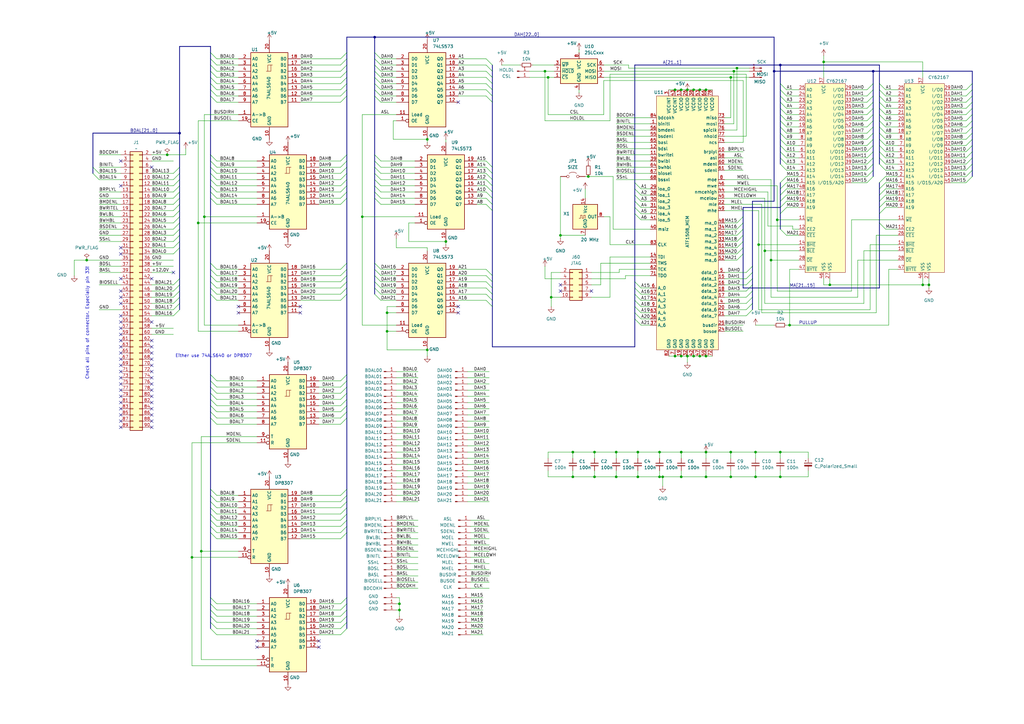
<source format=kicad_sch>
(kicad_sch (version 20231120) (generator "eeschema") (generator_version "8.0")
  (paper "A3")
  (junction (at 270.51 195.58))
  (junction (at 284.48 146.05))
  (junction (at 261.62 185.42))
  (junction (at 378.46 116.84))
  (junction (at 226.06 121.92))
  (junction (at 281.94 36.83))
  (junction (at 318.77 90.17))
  (junction (at 320.04 26.67))
  (junction (at 289.56 146.05))
  (junction (at 224.79 31.75))
  (junction (at 279.4 195.58))
  (junction (at 223.52 29.21))
  (junction (at 320.04 195.58))
  (junction (at 289.56 195.58))
  (junction (at 337.82 25.4))
  (junction (at 317.5 29.21))
  (junction (at 299.72 31.75))
  (junction (at 309.88 185.42))
  (junction (at 316.23 106.68))
  (junction (at 279.4 146.05))
  (junction (at 252.73 195.58))
  (junction (at 81.28 91.44))
  (junction (at 299.72 195.58))
  (junction (at 284.48 36.83))
  (junction (at 340.36 116.84))
  (junction (at 229.87 96.52))
  (junction (at 320.04 185.42))
  (junction (at 270.51 185.42))
  (junction (at 358.14 29.21))
  (junction (at 153.67 15.24))
  (junction (at 83.82 88.9))
  (junction (at 381 116.84))
  (junction (at 289.56 36.83))
  (junction (at 243.84 185.42))
  (junction (at 287.02 146.05))
  (junction (at 279.4 185.42))
  (junction (at 279.4 36.83))
  (junction (at 158.75 128.27))
  (junction (at 281.94 146.05))
  (junction (at 311.15 100.33))
  (junction (at 300.99 29.21))
  (junction (at 252.73 185.42))
  (junction (at 276.86 146.05))
  (junction (at 234.95 195.58))
  (junction (at 271.78 195.58))
  (junction (at 175.26 57.15))
  (junction (at 261.62 195.58))
  (junction (at 68.58 63.5))
  (junction (at 243.84 195.58))
  (junction (at 73.66 54.61))
  (junction (at 276.86 36.83))
  (junction (at 158.75 135.89))
  (junction (at 78.74 228.6))
  (junction (at 163.83 247.65))
  (junction (at 309.88 195.58))
  (junction (at 148.59 88.9))
  (junction (at 287.02 36.83))
  (junction (at 182.88 99.06))
  (junction (at 234.95 185.42))
  (junction (at 35.56 106.68))
  (junction (at 299.72 185.42))
  (junction (at 313.69 102.87))
  (junction (at 302.26 27.94))
  (junction (at 289.56 185.42))
  (junction (at 175.26 143.51))
  (junction (at 82.55 226.06))
  (junction (at 323.85 133.35))
  (junction (at 241.3 72.39))
  (junction (at 163.83 250.19))
  (no_connect (at 62.23 68.58))
  (no_connect (at 49.53 101.6))
  (no_connect (at 49.53 144.78))
  (no_connect (at 62.23 162.56))
  (no_connect (at 62.23 170.18))
  (no_connect (at 49.53 119.38))
  (no_connect (at 49.53 142.24))
  (no_connect (at 49.53 172.72))
  (no_connect (at 130.81 262.89))
  (no_connect (at 62.23 147.32))
  (no_connect (at 49.53 157.48))
  (no_connect (at 62.23 172.72))
  (no_connect (at 62.23 167.64))
  (no_connect (at 187.96 125.73))
  (no_connect (at 49.53 76.2))
  (no_connect (at 62.23 142.24))
  (no_connect (at 49.53 104.14))
  (no_connect (at 229.87 119.38))
  (no_connect (at 49.53 134.62))
  (no_connect (at 49.53 129.54))
  (no_connect (at 62.23 165.1))
  (no_connect (at 62.23 132.08))
  (no_connect (at 62.23 144.78))
  (no_connect (at 49.53 147.32))
  (no_connect (at 229.87 116.84))
  (no_connect (at 62.23 152.4))
  (no_connect (at 49.53 165.1))
  (no_connect (at 62.23 139.7))
  (no_connect (at 49.53 114.3))
  (no_connect (at 62.23 175.26))
  (no_connect (at 105.41 265.43))
  (no_connect (at 49.53 175.26))
  (no_connect (at 97.79 125.73))
  (no_connect (at 49.53 139.7))
  (no_connect (at 187.96 41.91))
  (no_connect (at 123.19 128.27))
  (no_connect (at 62.23 160.02))
  (no_connect (at 62.23 157.48))
  (no_connect (at 49.53 132.08))
  (no_connect (at 49.53 154.94))
  (no_connect (at 242.57 119.38))
  (no_connect (at 130.81 265.43))
  (no_connect (at 49.53 170.18))
  (no_connect (at 49.53 66.04))
  (no_connect (at 49.53 152.4))
  (no_connect (at 62.23 154.94))
  (no_connect (at 49.53 167.64))
  (no_connect (at 49.53 160.02))
  (no_connect (at 49.53 149.86))
  (no_connect (at 62.23 114.3))
  (no_connect (at 123.19 125.73))
  (no_connect (at 187.96 128.27))
  (no_connect (at 105.41 262.89))
  (no_connect (at 49.53 137.16))
  (no_connect (at 49.53 121.92))
  (no_connect (at 49.53 124.46))
  (no_connect (at 49.53 162.56))
  (no_connect (at 62.23 149.86))
  (no_connect (at 71.12 111.76))
  (no_connect (at 97.79 128.27))
  (bus_entry (at 88.9 110.49) (size -2.54 -2.54))
  (bus_entry (at 320.04 34.29) (size 2.54 2.54))
  (bus_entry (at 71.12 71.12) (size 2.54 -2.54))
  (bus_entry (at 71.12 93.98) (size 2.54 -2.54))
  (bus_entry (at 260.35 77.47) (size 2.54 2.54))
  (bus_entry (at 139.7 250.19) (size 2.54 -2.54))
  (bus_entry (at 201.93 83.82) (size -2.54 -2.54))
  (bus_entry (at 139.7 81.28) (size 2.54 -2.54))
  (bus_entry (at 320.04 46.99) (size 2.54 2.54))
  (bus_entry (at 396.24 39.37) (size 2.54 -2.54))
  (bus_entry (at 139.7 161.29) (size 2.54 -2.54))
  (bus_entry (at 360.68 62.23) (size 2.54 2.54))
  (bus_entry (at 88.9 123.19) (size -2.54 -2.54))
  (bus_entry (at 260.35 82.55) (size 2.54 2.54))
  (bus_entry (at 88.9 113.03) (size -2.54 -2.54))
  (bus_entry (at 201.93 76.2) (size -2.54 -2.54))
  (bus_entry (at 139.7 66.04) (size 2.54 -2.54))
  (bus_entry (at 396.24 74.93) (size 2.54 -2.54))
  (bus_entry (at 320.04 67.31) (size 2.54 2.54))
  (bus_entry (at 139.7 26.67) (size 2.54 -2.54))
  (bus_entry (at 201.93 86.36) (size -2.54 -2.54))
  (bus_entry (at 302.26 101.6) (size 2.54 -2.54))
  (bus_entry (at 396.24 57.15) (size 2.54 -2.54))
  (bus_entry (at 139.7 68.58) (size 2.54 -2.54))
  (bus_entry (at 153.67 63.5) (size 2.54 2.54))
  (bus_entry (at 71.12 73.66) (size 2.54 -2.54))
  (bus_entry (at 306.07 111.76) (size 2.54 -2.54))
  (bus_entry (at 260.35 80.01) (size 2.54 2.54))
  (bus_entry (at 71.12 116.84) (size 2.54 -2.54))
  (bus_entry (at 139.7 210.82) (size 2.54 -2.54))
  (bus_entry (at 88.9 171.45) (size -2.54 -2.54))
  (bus_entry (at 396.24 62.23) (size 2.54 -2.54))
  (bus_entry (at 88.9 247.65) (size -2.54 -2.54))
  (bus_entry (at 320.04 93.98) (size 2.54 2.54))
  (bus_entry (at 139.7 41.91) (size 2.54 -2.54))
  (bus_entry (at 355.6 57.15) (size 2.54 -2.54))
  (bus_entry (at 396.24 52.07) (size 2.54 -2.54))
  (bus_entry (at 71.12 96.52) (size 2.54 -2.54))
  (bus_entry (at 355.6 64.77) (size 2.54 -2.54))
  (bus_entry (at 320.04 44.45) (size 2.54 2.54))
  (bus_entry (at 355.6 41.91) (size 2.54 -2.54))
  (bus_entry (at 260.35 123.19) (size 2.54 2.54))
  (bus_entry (at 71.12 104.14) (size 2.54 -2.54))
  (bus_entry (at 139.7 78.74) (size 2.54 -2.54))
  (bus_entry (at 88.9 24.13) (size -2.54 -2.54))
  (bus_entry (at 306.07 129.54) (size 2.54 -2.54))
  (bus_entry (at 360.68 67.31) (size 2.54 2.54))
  (bus_entry (at 153.67 26.67) (size 2.54 2.54))
  (bus_entry (at 360.68 82.55) (size 2.54 -2.54))
  (bus_entry (at 139.7 120.65) (size 2.54 -2.54))
  (bus_entry (at 71.12 78.74) (size 2.54 -2.54))
  (bus_entry (at 201.93 120.65) (size -2.54 -2.54))
  (bus_entry (at 88.9 120.65) (size -2.54 -2.54))
  (bus_entry (at 360.68 41.91) (size 2.54 2.54))
  (bus_entry (at 201.93 34.29) (size -2.54 -2.54))
  (bus_entry (at 139.7 76.2) (size 2.54 -2.54))
  (bus_entry (at 306.07 114.3) (size 2.54 -2.54))
  (bus_entry (at 306.07 121.92) (size 2.54 -2.54))
  (bus_entry (at 201.93 41.91) (size -2.54 -2.54))
  (bus_entry (at 360.68 57.15) (size 2.54 2.54))
  (bus_entry (at 302.26 93.98) (size 2.54 -2.54))
  (bus_entry (at 201.93 39.37) (size -2.54 -2.54))
  (bus_entry (at 201.93 68.58) (size -2.54 -2.54))
  (bus_entry (at 153.67 24.13) (size 2.54 2.54))
  (bus_entry (at 260.35 125.73) (size 2.54 2.54))
  (bus_entry (at 355.6 49.53) (size 2.54 -2.54))
  (bus_entry (at 355.6 39.37) (size 2.54 -2.54))
  (bus_entry (at 139.7 110.49) (size 2.54 -2.54))
  (bus_entry (at 302.26 106.68) (size 2.54 -2.54))
  (bus_entry (at 88.9 257.81) (size -2.54 -2.54))
  (bus_entry (at 38.1 71.12) (size 2.54 2.54))
  (bus_entry (at 355.6 72.39) (size 2.54 -2.54))
  (bus_entry (at 355.6 46.99) (size 2.54 -2.54))
  (bus_entry (at 320.04 64.77) (size 2.54 2.54))
  (bus_entry (at 201.93 113.03) (size -2.54 -2.54))
  (bus_entry (at 396.24 54.61) (size 2.54 -2.54))
  (bus_entry (at 153.67 73.66) (size 2.54 2.54))
  (bus_entry (at 201.93 29.21) (size -2.54 -2.54))
  (bus_entry (at 201.93 81.28) (size -2.54 -2.54))
  (bus_entry (at 88.9 250.19) (size -2.54 -2.54))
  (bus_entry (at 201.93 31.75) (size -2.54 -2.54))
  (bus_entry (at 302.26 96.52) (size 2.54 -2.54))
  (bus_entry (at 320.04 39.37) (size 2.54 2.54))
  (bus_entry (at 139.7 171.45) (size 2.54 -2.54))
  (bus_entry (at 139.7 168.91) (size 2.54 -2.54))
  (bus_entry (at 139.7 260.35) (size 2.54 -2.54))
  (bus_entry (at 355.6 54.61) (size 2.54 -2.54))
  (bus_entry (at 360.68 44.45) (size 2.54 2.54))
  (bus_entry (at 139.7 39.37) (size 2.54 -2.54))
  (bus_entry (at 139.7 255.27) (size 2.54 -2.54))
  (bus_entry (at 139.7 123.19) (size 2.54 -2.54))
  (bus_entry (at 71.12 88.9) (size 2.54 -2.54))
  (bus_entry (at 88.9 203.2) (size -2.54 -2.54))
  (bus_entry (at 355.6 69.85) (size 2.54 -2.54))
  (bus_entry (at 306.07 124.46) (size 2.54 -2.54))
  (bus_entry (at 88.9 83.82) (size -2.54 -2.54))
  (bus_entry (at 355.6 59.69) (size 2.54 -2.54))
  (bus_entry (at 71.12 129.54) (size 2.54 -2.54))
  (bus_entry (at 88.9 158.75) (size -2.54 -2.54))
  (bus_entry (at 396.24 46.99) (size 2.54 -2.54))
  (bus_entry (at 153.67 29.21) (size 2.54 2.54))
  (bus_entry (at 153.67 66.04) (size 2.54 2.54))
  (bus_entry (at 88.9 205.74) (size -2.54 -2.54))
  (bus_entry (at 139.7 215.9) (size 2.54 -2.54))
  (bus_entry (at 71.12 121.92) (size 2.54 -2.54))
  (bus_entry (at 88.9 115.57) (size -2.54 -2.54))
  (bus_entry (at 260.35 120.65) (size 2.54 2.54))
  (bus_entry (at 139.7 213.36) (size 2.54 -2.54))
  (bus_entry (at 260.35 128.27) (size 2.54 2.54))
  (bus_entry (at 139.7 34.29) (size 2.54 -2.54))
  (bus_entry (at 396.24 41.91) (size 2.54 -2.54))
  (bus_entry (at 320.04 59.69) (size 2.54 2.54))
  (bus_entry (at 139.7 220.98) (size 2.54 -2.54))
  (bus_entry (at 260.35 85.09) (size 2.54 2.54))
  (bus_entry (at 88.9 166.37) (size -2.54 -2.54))
  (bus_entry (at 355.6 62.23) (size 2.54 -2.54))
  (bus_entry (at 71.12 81.28) (size 2.54 -2.54))
  (bus_entry (at 139.7 73.66) (size 2.54 -2.54))
  (bus_entry (at 139.7 83.82) (size 2.54 -2.54))
  (bus_entry (at 320.04 77.47) (size 2.54 -2.54))
  (bus_entry (at 153.67 71.12) (size 2.54 2.54))
  (bus_entry (at 139.7 156.21) (size 2.54 -2.54))
  (bus_entry (at 396.24 36.83) (size 2.54 -2.54))
  (bus_entry (at 360.68 49.53) (size 2.54 2.54))
  (bus_entry (at 153.67 68.58) (size 2.54 2.54))
  (bus_entry (at 153.67 113.03) (size 2.54 2.54))
  (bus_entry (at 355.6 74.93) (size 2.54 -2.54))
  (bus_entry (at 88.9 73.66) (size -2.54 -2.54))
  (bus_entry (at 71.12 99.06) (size 2.54 -2.54))
  (bus_entry (at 201.93 115.57) (size -2.54 -2.54))
  (bus_entry (at 360.68 46.99) (size 2.54 2.54))
  (bus_entry (at 360.68 34.29) (size 2.54 2.54))
  (bus_entry (at 139.7 247.65) (size 2.54 -2.54))
  (bus_entry (at 88.9 213.36) (size -2.54 -2.54))
  (bus_entry (at 360.68 91.44) (size 2.54 2.54))
  (bus_entry (at 139.7 166.37) (size 2.54 -2.54))
  (bus_entry (at 88.9 168.91) (size -2.54 -2.54))
  (bus_entry (at 260.35 130.81) (size 2.54 2.54))
  (bus_entry (at 88.9 78.74) (size -2.54 -2.54))
  (bus_entry (at 139.7 118.11) (size 2.54 -2.54))
  (bus_entry (at 355.6 52.07) (size 2.54 -2.54))
  (bus_entry (at 139.7 257.81) (size 2.54 -2.54))
  (bus_entry (at 360.68 59.69) (size 2.54 2.54))
  (bus_entry (at 260.35 118.11) (size 2.54 2.54))
  (bus_entry (at 396.24 59.69) (size 2.54 -2.54))
  (bus_entry (at 320.04 57.15) (size 2.54 2.54))
  (bus_entry (at 320.04 49.53) (size 2.54 2.54))
  (bus_entry (at 396.24 44.45) (size 2.54 -2.54))
  (bus_entry (at 139.7 31.75) (size 2.54 -2.54))
  (bus_entry (at 153.67 107.95) (size 2.54 2.54))
  (bus_entry (at 139.7 252.73) (size 2.54 -2.54))
  (bus_entry (at 153.67 120.65) (size 2.54 2.54))
  (bus_entry (at 355.6 44.45) (size 2.54 -2.54))
  (bus_entry (at 88.9 39.37) (size -2.54 -2.54))
  (bus_entry (at 360.68 80.01) (size 2.54 -2.54))
  (bus_entry (at 139.7 203.2) (size 2.54 -2.54))
  (bus_entry (at 153.67 81.28) (size 2.54 2.54))
  (bus_entry (at 139.7 115.57) (size 2.54 -2.54))
  (bus_entry (at 88.9 161.29) (size -2.54 -2.54))
  (bus_entry (at 306.07 119.38) (size 2.54 -2.54))
  (bus_entry (at 153.67 118.11) (size 2.54 2.54))
  (bus_entry (at 396.24 72.39) (size 2.54 -2.54))
  (bus_entry (at 363.22 82.55) (size -2.54 2.54))
  (bus_entry (at 88.9 36.83) (size -2.54 -2.54))
  (bus_entry (at 360.68 39.37) (size 2.54 2.54))
  (bus_entry (at 88.9 208.28) (size -2.54 -2.54))
  (bus_entry (at 355.6 36.83) (size 2.54 -2.54))
  (bus_entry (at 153.67 110.49) (size 2.54 2.54))
  (bus_entry (at 153.67 36.83) (size 2.54 2.54))
  (bus_entry (at 71.12 127) (size 2.54 -2.54))
  (bus_entry (at 88.9 118.11) (size -2.54 -2.54))
  (bus_entry (at 139.7 218.44) (size 2.54 -2.54))
  (bus_entry (at 88.9 163.83) (size -2.54 -2.54))
  (bus_entry (at 260.35 115.57) (size 2.54 2.54))
  (bus_entry (at 139.7 29.21) (size 2.54 -2.54))
  (bus_entry (at 88.9 34.29) (size -2.54 -2.54))
  (bus_entry (at 360.68 87.63) (size 2.54 -2.54))
  (bus_entry (at 153.67 21.59) (size 2.54 2.54))
  (bus_entry (at 88.9 76.2) (size -2.54 -2.54))
  (bus_entry (at 139.7 173.99) (size 2.54 -2.54))
  (bus_entry (at 88.9 31.75) (size -2.54 -2.54))
  (bus_entry (at 88.9 66.04) (size -2.54 -2.54))
  (bus_entry (at 71.12 91.44) (size 2.54 -2.54))
  (bus_entry (at 201.93 118.11) (size -2.54 -2.54))
  (bus_entry (at 88.9 210.82) (size -2.54 -2.54))
  (bus_entry (at 360.68 77.47) (size 2.54 -2.54))
  (bus_entry (at 320.04 80.01) (size 2.54 -2.54))
  (bus_entry (at 320.04 82.55) (size 2.54 -2.54))
  (bus_entry (at 320.04 36.83) (size 2.54 2.54))
  (bus_entry (at 153.67 115.57) (size 2.54 2.54))
  (bus_entry (at 153.67 76.2) (size 2.54 2.54))
  (bus_entry (at 38.1 68.58) (size 2.54 2.54))
  (bus_entry (at 306.07 127) (size 2.54 -2.54))
  (bus_entry (at 360.68 52.07) (size 2.54 2.54))
  (bus_entry (at 360.68 64.77) (size 2.54 2.54))
  (bus_entry (at 139.7 163.83) (size 2.54 -2.54))
  (bus_entry (at 139.7 158.75) (size 2.54 -2.54))
  (bus_entry (at 360.68 74.93) (size 2.54 -2.54))
  (bus_entry (at 201.93 78.74) (size -2.54 -2.54))
  (bus_entry (at 139.7 71.12) (size 2.54 -2.54))
  (bus_entry (at 201.93 36.83) (size -2.54 -2.54))
  (bus_entry (at 139.7 208.28) (size 2.54 -2.54))
  (bus_entry (at 153.67 39.37) (size 2.54 2.54))
  (bus_entry (at 260.35 87.63) (size 2.54 2.54))
  (bus_entry (at 153.67 78.74) (size 2.54 2.54))
  (bus_entry (at 396.24 64.77) (size 2.54 -2.54))
  (bus_entry (at 302.26 104.14) (size 2.54 -2.54))
  (bus_entry (at 260.35 74.93) (size 2.54 2.54))
  (bus_entry (at 71.12 124.46) (size 2.54 -2.54))
  (bus_entry (at 88.9 156.21) (size -2.54 -2.54))
  (bus_entry (at 396.24 69.85) (size 2.54 -2.54))
  (bus_entry (at 88.9 220.98) (size -2.54 -2.54))
  (bus_entry (at 139.7 36.83) (size 2.54 -2.54))
  (bus_entry (at 88.9 26.67) (size -2.54 -2.54))
  (bus_entry (at 139.7 113.03) (size 2.54 -2.54))
  (bus_entry (at 88.9 218.44) (size -2.54 -2.54))
  (bus_entry (at 71.12 101.6) (size 2.54 -2.54))
  (bus_entry (at 153.67 34.29) (size 2.54 2.54))
  (bus_entry (at 139.7 205.74) (size 2.54 -2.54))
  (bus_entry (at 88.9 260.35) (size -2.54 -2.54))
  (bus_entry (at 201.93 26.67) (size -2.54 -2.54))
  (bus_entry (at 71.12 119.38) (size 2.54 -2.54))
  (bus_entry (at 320.04 54.61) (size 2.54 2.54))
  (bus_entry (at 88.9 81.28) (size -2.54 -2.54))
  (bus_entry (at 88.9 173.99) (size -2.54 -2.54))
  (bus_entry (at 306.07 116.84) (size 2.54 -2.54))
  (bus_entry (at 396.24 67.31) (size 2.54 -2.54))
  (bus_entry (at 320.04 74.93) (size 2.54 -2.54))
  (bus_entry (at 320.04 62.23) (size 2.54 2.54))
  (bus_entry (at 88.9 255.27) (size -2.54 -2.54))
  (bus_entry (at 201.93 73.66) (size -2.54 -2.54))
  (bus_entry (at 320.04 41.91) (size 2.54 2.54))
  (bus_entry (at 153.67 31.75) (size 2.54 2.54))
  (bus_entry (at 139.7 24.13) (size 2.54 -2.54))
  (bus_entry (at 88.9 252.73) (size -2.54 -2.54))
  (bus_entry (at 71.12 86.36) (size 2.54 -2.54))
  (bus_entry (at 71.12 83.82) (size 2.54 -2.54))
  (bus_entry (at 360.68 54.61) (size 2.54 2.54))
  (bus_entry (at 201.93 71.12) (size -2.54 -2.54))
  (bus_entry (at 88.9 41.91) (size -2.54 -2.54))
  (bus_entry (at 320.04 85.09) (size 2.54 -2.54))
  (bus_entry (at 360.68 36.83) (size 2.54 2.54))
  (bus_entry (at 201.93 125.73) (size -2.54 -2.54))
  (bus_entry (at 88.9 68.58) (size -2.54 -2.54))
  (bus_entry (at 201.93 123.19) (size -2.54 -2.54))
  (bus_entry (at 396.24 49.53) (size 2.54 -2.54))
  (bus_entry (at 88.9 215.9) (size -2.54 -2.54))
  (bus_entry (at 71.12 76.2) (size 2.54 -2.54))
  (bus_entry (at 302.26 91.44) (size 2.54 -2.54))
  (bus_entry (at 88.9 29.21) (size -2.54 -2.54))
  (bus_entry (at 88.9 71.12) (size -2.54 -2.54))
  (bus_entry (at 320.04 87.63) (size 2.54 -2.54))
  (bus_entry (at 320.04 52.07) (size 2.54 2.54))
  (bus_entry (at 355.6 67.31) (size 2.54 -2.54))
  (bus_entry (at 302.26 99.06) (size 2.54 -2.54))
  (bus (pts (xy 142.24 81.28) (xy 142.24 78.74)))
  (wire (pts (xy 271.78 195.58) (xy 270.51 195.58)))
  (wire (pts (xy 299.72 193.04) (xy 299.72 195.58)))
  (wire (pts (xy 167.64 99.06) (xy 167.64 91.44)))
  (bus (pts (xy 73.66 76.2) (xy 73.66 73.66)))
  (bus (pts (xy 320.04 52.07) (xy 320.04 54.61)))
  (bus (pts (xy 142.24 78.74) (xy 142.24 76.2)))
  (wire (pts (xy 331.47 185.42) (xy 320.04 185.42)))
  (bus (pts (xy 153.67 68.58) (xy 153.67 71.12)))
  (wire (pts (xy 193.04 260.35) (xy 198.12 260.35)))
  (bus (pts (xy 304.8 118.11) (xy 304.8 104.14)))
  (bus (pts (xy 201.93 118.11) (xy 201.93 120.65)))
  (bus (pts (xy 358.14 69.85) (xy 358.14 67.31)))
  (bus (pts (xy 142.24 203.2) (xy 142.24 205.74)))
  (wire (pts (xy 88.9 115.57) (xy 97.79 115.57)))
  (wire (pts (xy 356.87 100.33) (xy 368.3 100.33)))
  (wire (pts (xy 297.18 135.89) (xy 304.8 135.89)))
  (wire (pts (xy 234.95 195.58) (xy 224.79 195.58)))
  (wire (pts (xy 187.96 113.03) (xy 199.39 113.03)))
  (bus (pts (xy 360.68 80.01) (xy 360.68 82.55)))
  (bus (pts (xy 86.36 158.75) (xy 86.36 161.29)))
  (bus (pts (xy 142.24 36.83) (xy 142.24 34.29)))
  (bus (pts (xy 142.24 156.21) (xy 142.24 153.67)))
  (wire (pts (xy 191.77 172.72) (xy 200.66 172.72)))
  (wire (pts (xy 130.81 71.12) (xy 139.7 71.12)))
  (bus (pts (xy 86.36 26.67) (xy 86.36 29.21)))
  (wire (pts (xy 40.64 83.82) (xy 49.53 83.82)))
  (wire (pts (xy 297.18 81.28) (xy 313.69 81.28)))
  (wire (pts (xy 40.64 91.44) (xy 49.53 91.44)))
  (wire (pts (xy 182.88 99.06) (xy 182.88 100.33)))
  (wire (pts (xy 254 110.49) (xy 266.7 110.49)))
  (wire (pts (xy 193.04 226.06) (xy 200.66 226.06)))
  (wire (pts (xy 297.18 116.84) (xy 306.07 116.84)))
  (wire (pts (xy 130.81 161.29) (xy 139.7 161.29)))
  (bus (pts (xy 86.36 21.59) (xy 86.36 24.13)))
  (wire (pts (xy 175.26 143.51) (xy 158.75 143.51)))
  (wire (pts (xy 289.56 193.04) (xy 289.56 195.58)))
  (wire (pts (xy 289.56 185.42) (xy 299.72 185.42)))
  (bus (pts (xy 260.35 77.47) (xy 260.35 74.93)))
  (wire (pts (xy 349.25 57.15) (xy 355.6 57.15)))
  (wire (pts (xy 193.04 257.81) (xy 198.12 257.81)))
  (bus (pts (xy 398.78 62.23) (xy 398.78 59.69)))
  (bus (pts (xy 142.24 24.13) (xy 142.24 21.59)))
  (wire (pts (xy 322.58 46.99) (xy 327.66 46.99)))
  (wire (pts (xy 297.18 93.98) (xy 302.26 93.98)))
  (wire (pts (xy 175.26 143.51) (xy 175.26 146.05)))
  (bus (pts (xy 73.66 99.06) (xy 73.66 96.52)))
  (wire (pts (xy 217.17 31.75) (xy 224.79 31.75)))
  (bus (pts (xy 317.5 82.55) (xy 308.61 82.55)))
  (wire (pts (xy 162.56 238.76) (xy 171.45 238.76)))
  (wire (pts (xy 354.33 124.46) (xy 354.33 102.87)))
  (bus (pts (xy 86.36 71.12) (xy 86.36 73.66)))
  (bus (pts (xy 320.04 36.83) (xy 320.04 39.37)))
  (wire (pts (xy 297.18 101.6) (xy 302.26 101.6)))
  (bus (pts (xy 360.68 41.91) (xy 360.68 39.37)))
  (bus (pts (xy 398.78 54.61) (xy 398.78 52.07)))
  (wire (pts (xy 256.54 114.3) (xy 256.54 113.03)))
  (wire (pts (xy 297.18 64.77) (xy 304.8 64.77)))
  (wire (pts (xy 187.96 31.75) (xy 199.39 31.75)))
  (wire (pts (xy 162.56 97.79) (xy 162.56 101.6)))
  (wire (pts (xy 88.9 34.29) (xy 97.79 34.29)))
  (bus (pts (xy 73.66 127) (xy 73.66 124.46)))
  (wire (pts (xy 193.04 223.52) (xy 200.66 223.52)))
  (wire (pts (xy 284.48 36.83) (xy 287.02 36.83)))
  (wire (pts (xy 246.38 116.84) (xy 246.38 107.95)))
  (wire (pts (xy 88.9 218.44) (xy 97.79 218.44)))
  (wire (pts (xy 349.25 119.38) (xy 318.77 119.38)))
  (wire (pts (xy 191.77 162.56) (xy 200.66 162.56)))
  (bus (pts (xy 201.93 120.65) (xy 201.93 123.19)))
  (wire (pts (xy 130.81 66.04) (xy 139.7 66.04)))
  (wire (pts (xy 191.77 190.5) (xy 200.66 190.5)))
  (wire (pts (xy 40.64 93.98) (xy 49.53 93.98)))
  (wire (pts (xy 62.23 121.92) (xy 71.12 121.92)))
  (wire (pts (xy 193.04 238.76) (xy 200.66 238.76)))
  (wire (pts (xy 130.81 76.2) (xy 139.7 76.2)))
  (wire (pts (xy 309.88 185.42) (xy 309.88 187.96)))
  (wire (pts (xy 123.19 213.36) (xy 139.7 213.36)))
  (wire (pts (xy 130.81 257.81) (xy 139.7 257.81)))
  (wire (pts (xy 318.77 76.2) (xy 297.18 76.2)))
  (wire (pts (xy 331.47 193.04) (xy 331.47 195.58)))
  (wire (pts (xy 261.62 195.58) (xy 261.62 193.04)))
  (bus (pts (xy 201.93 113.03) (xy 201.93 115.57)))
  (bus (pts (xy 73.66 54.61) (xy 73.66 19.05)))
  (bus (pts (xy 320.04 59.69) (xy 320.04 62.23)))
  (wire (pts (xy 312.42 83.82) (xy 312.42 128.27)))
  (wire (pts (xy 349.25 59.69) (xy 355.6 59.69)))
  (bus (pts (xy 86.36 245.11) (xy 86.36 247.65)))
  (wire (pts (xy 162.56 152.4) (xy 171.45 152.4)))
  (wire (pts (xy 243.84 185.42) (xy 243.84 187.96)))
  (bus (pts (xy 142.24 21.59) (xy 142.24 15.24)))
  (bus (pts (xy 142.24 68.58) (xy 142.24 66.04)))
  (bus (pts (xy 73.66 124.46) (xy 73.66 121.92)))
  (wire (pts (xy 88.9 220.98) (xy 97.79 220.98)))
  (wire (pts (xy 297.18 127) (xy 306.07 127)))
  (wire (pts (xy 381 116.84) (xy 378.46 116.84)))
  (bus (pts (xy 142.24 213.36) (xy 142.24 215.9)))
  (bus (pts (xy 142.24 245.11) (xy 142.24 247.65)))
  (wire (pts (xy 105.41 179.07) (xy 82.55 179.07)))
  (wire (pts (xy 162.56 247.65) (xy 163.83 247.65)))
  (wire (pts (xy 123.19 113.03) (xy 139.7 113.03)))
  (wire (pts (xy 130.81 163.83) (xy 139.7 163.83)))
  (bus (pts (xy 201.93 71.12) (xy 201.93 73.66)))
  (bus (pts (xy 86.36 29.21) (xy 86.36 31.75)))
  (bus (pts (xy 201.93 39.37) (xy 201.93 41.91)))
  (wire (pts (xy 316.23 73.66) (xy 316.23 106.68)))
  (wire (pts (xy 363.22 85.09) (xy 368.3 85.09)))
  (bus (pts (xy 73.66 96.52) (xy 73.66 93.98)))
  (wire (pts (xy 250.19 88.9) (xy 250.19 100.33)))
  (wire (pts (xy 123.19 215.9) (xy 139.7 215.9)))
  (wire (pts (xy 363.22 49.53) (xy 368.3 49.53)))
  (bus (pts (xy 153.67 31.75) (xy 153.67 34.29)))
  (bus (pts (xy 260.35 120.65) (xy 260.35 118.11)))
  (wire (pts (xy 162.56 226.06) (xy 171.45 226.06)))
  (wire (pts (xy 322.58 59.69) (xy 327.66 59.69)))
  (bus (pts (xy 360.68 57.15) (xy 360.68 54.61)))
  (bus (pts (xy 153.67 24.13) (xy 153.67 26.67)))
  (bus (pts (xy 201.93 86.36) (xy 201.93 113.03)))
  (bus (pts (xy 142.24 29.21) (xy 142.24 26.67)))
  (wire (pts (xy 97.79 135.89) (xy 81.28 135.89)))
  (wire (pts (xy 162.56 154.94) (xy 171.45 154.94)))
  (wire (pts (xy 193.04 250.19) (xy 198.12 250.19)))
  (wire (pts (xy 289.56 185.42) (xy 289.56 187.96)))
  (wire (pts (xy 389.89 49.53) (xy 396.24 49.53)))
  (wire (pts (xy 262.89 77.47) (xy 266.7 77.47)))
  (wire (pts (xy 322.58 39.37) (xy 327.66 39.37)))
  (wire (pts (xy 261.62 185.42) (xy 270.51 185.42)))
  (bus (pts (xy 153.67 15.24) (xy 317.5 15.24)))
  (bus (pts (xy 308.61 82.55) (xy 308.61 109.22)))
  (wire (pts (xy 297.18 62.23) (xy 304.8 62.23)))
  (wire (pts (xy 287.02 146.05) (xy 289.56 146.05)))
  (wire (pts (xy 162.56 162.56) (xy 171.45 162.56)))
  (wire (pts (xy 62.23 86.36) (xy 71.12 86.36)))
  (bus (pts (xy 304.8 96.52) (xy 304.8 93.98)))
  (wire (pts (xy 351.79 121.92) (xy 351.79 106.68)))
  (wire (pts (xy 40.64 71.12) (xy 49.53 71.12)))
  (wire (pts (xy 40.64 111.76) (xy 49.53 111.76)))
  (wire (pts (xy 40.64 127) (xy 49.53 127)))
  (wire (pts (xy 389.89 69.85) (xy 396.24 69.85)))
  (bus (pts (xy 398.78 41.91) (xy 398.78 39.37)))
  (wire (pts (xy 297.18 78.74) (xy 314.96 78.74)))
  (wire (pts (xy 123.19 24.13) (xy 139.7 24.13)))
  (wire (pts (xy 299.72 195.58) (xy 289.56 195.58)))
  (wire (pts (xy 313.69 81.28) (xy 313.69 102.87)))
  (wire (pts (xy 191.77 182.88) (xy 200.66 182.88)))
  (wire (pts (xy 162.56 101.6) (xy 175.26 101.6)))
  (wire (pts (xy 162.56 172.72) (xy 171.45 172.72)))
  (bus (pts (xy 398.78 29.21) (xy 358.14 29.21)))
  (wire (pts (xy 88.9 168.91) (xy 105.41 168.91)))
  (wire (pts (xy 309.88 195.58) (xy 299.72 195.58)))
  (wire (pts (xy 163.83 245.11) (xy 162.56 245.11)))
  (wire (pts (xy 226.06 121.92) (xy 229.87 121.92)))
  (wire (pts (xy 123.19 26.67) (xy 139.7 26.67)))
  (wire (pts (xy 226.06 111.76) (xy 229.87 111.76)))
  (wire (pts (xy 158.75 128.27) (xy 162.56 128.27)))
  (wire (pts (xy 337.82 25.4) (xy 337.82 31.75)))
  (wire (pts (xy 320.04 195.58) (xy 309.88 195.58)))
  (wire (pts (xy 363.22 80.01) (xy 368.3 80.01)))
  (wire (pts (xy 304.8 33.02) (xy 304.8 58.42)))
  (wire (pts (xy 250.19 30.48) (xy 250.19 49.53)))
  (wire (pts (xy 299.72 185.42) (xy 299.72 187.96)))
  (wire (pts (xy 62.23 71.12) (xy 71.12 71.12)))
  (wire (pts (xy 389.89 39.37) (xy 396.24 39.37)))
  (bus (pts (xy 153.67 36.83) (xy 153.67 39.37)))
  (bus (pts (xy 153.67 21.59) (xy 153.67 24.13)))
  (wire (pts (xy 297.18 121.92) (xy 306.07 121.92)))
  (wire (pts (xy 262.89 125.73) (xy 266.7 125.73)))
  (wire (pts (xy 252.73 58.42) (xy 266.7 58.42)))
  (wire (pts (xy 88.9 31.75) (xy 97.79 31.75)))
  (wire (pts (xy 187.96 39.37) (xy 199.39 39.37)))
  (wire (pts (xy 40.64 73.66) (xy 49.53 73.66)))
  (wire (pts (xy 297.18 48.26) (xy 299.72 48.26)))
  (wire (pts (xy 320.04 193.04) (xy 320.04 195.58)))
  (bus (pts (xy 201.93 123.19) (xy 201.93 125.73)))
  (wire (pts (xy 62.23 66.04) (xy 71.12 66.04)))
  (wire (pts (xy 299.72 48.26) (xy 299.72 31.75)))
  (wire (pts (xy 161.29 57.15) (xy 161.29 49.53)))
  (bus (pts (xy 360.68 62.23) (xy 360.68 59.69)))
  (bus (pts (xy 260.35 115.57) (xy 260.35 87.63)))
  (bus (pts (xy 358.14 57.15) (xy 358.14 54.61)))
  (wire (pts (xy 300.99 50.8) (xy 300.99 29.21)))
  (wire (pts (xy 359.41 128.27) (xy 359.41 96.52)))
  (wire (pts (xy 297.18 129.54) (xy 306.07 129.54)))
  (wire (pts (xy 88.9 255.27) (xy 105.41 255.27)))
  (wire (pts (xy 205.74 26.67) (xy 213.36 26.67)))
  (bus (pts (xy 86.36 107.95) (xy 86.36 110.49)))
  (wire (pts (xy 148.59 46.99) (xy 162.56 46.99)))
  (wire (pts (xy 297.18 55.88) (xy 306.07 55.88)))
  (wire (pts (xy 130.81 73.66) (xy 139.7 73.66)))
  (wire (pts (xy 363.22 52.07) (xy 368.3 52.07)))
  (wire (pts (xy 276.86 146.05) (xy 279.4 146.05)))
  (bus (pts (xy 358.14 62.23) (xy 358.14 59.69)))
  (wire (pts (xy 88.9 203.2) (xy 97.79 203.2)))
  (wire (pts (xy 162.56 185.42) (xy 171.45 185.42)))
  (wire (pts (xy 62.23 99.06) (xy 71.12 99.06)))
  (wire (pts (xy 88.9 252.73) (xy 105.41 252.73)))
  (wire (pts (xy 191.77 175.26) (xy 200.66 175.26)))
  (wire (pts (xy 187.96 29.21) (xy 199.39 29.21)))
  (bus (pts (xy 86.36 210.82) (xy 86.36 213.36)))
  (bus (pts (xy 358.14 52.07) (xy 358.14 49.53)))
  (wire (pts (xy 311.15 86.36) (xy 311.15 100.33)))
  (wire (pts (xy 322.58 133.35) (xy 323.85 133.35)))
  (bus (pts (xy 86.36 156.21) (xy 86.36 158.75)))
  (wire (pts (xy 62.23 78.74) (xy 71.12 78.74)))
  (wire (pts (xy 224.79 195.58) (xy 224.79 193.04)))
  (bus (pts (xy 86.36 200.66) (xy 86.36 203.2)))
  (wire (pts (xy 363.22 44.45) (xy 368.3 44.45)))
  (wire (pts (xy 82.55 226.06) (xy 97.79 226.06)))
  (wire (pts (xy 88.9 257.81) (xy 105.41 257.81)))
  (wire (pts (xy 191.77 160.02) (xy 200.66 160.02)))
  (wire (pts (xy 191.77 193.04) (xy 200.66 193.04)))
  (bus (pts (xy 142.24 215.9) (xy 142.24 218.44)))
  (wire (pts (xy 262.89 128.27) (xy 266.7 128.27)))
  (wire (pts (xy 191.77 180.34) (xy 200.66 180.34)))
  (wire (pts (xy 223.52 114.3) (xy 229.87 114.3)))
  (bus (pts (xy 142.24 171.45) (xy 142.24 168.91)))
  (bus (pts (xy 304.8 101.6) (xy 304.8 104.14)))
  (bus (pts (xy 38.1 71.12) (xy 38.1 68.58)))
  (wire (pts (xy 381 114.3) (xy 381 116.84)))
  (bus (pts (xy 398.78 72.39) (xy 398.78 69.85)))
  (wire (pts (xy 162.56 170.18) (xy 171.45 170.18)))
  (wire (pts (xy 162.56 236.22) (xy 171.45 236.22)))
  (wire (pts (xy 242.57 116.84) (xy 246.38 116.84)))
  (bus (pts (xy 201.93 31.75) (xy 201.93 34.29)))
  (bus (pts (xy 260.35 82.55) (xy 260.35 80.01)))
  (wire (pts (xy 322.58 36.83) (xy 327.66 36.83)))
  (bus (pts (xy 360.68 91.44) (xy 360.68 118.11)))
  (wire (pts (xy 156.21 76.2) (xy 170.18 76.2)))
  (bus (pts (xy 260.35 142.24) (xy 201.93 142.24)))
  (bus (pts (xy 358.14 59.69) (xy 358.14 57.15)))
  (wire (pts (xy 40.64 88.9) (xy 49.53 88.9)))
  (bus (pts (xy 320.04 82.55) (xy 320.04 85.09)))
  (wire (pts (xy 162.56 215.9) (xy 171.45 215.9)))
  (wire (pts (xy 389.89 44.45) (xy 396.24 44.45)))
  (wire (pts (xy 88.9 161.29) (xy 105.41 161.29)))
  (bus (pts (xy 86.36 153.67) (xy 86.36 156.21)))
  (wire (pts (xy 281.94 146.05) (xy 281.94 148.59)))
  (wire (pts (xy 123.19 210.82) (xy 139.7 210.82)))
  (wire (pts (xy 279.4 36.83) (xy 281.94 36.83)))
  (wire (pts (xy 242.57 114.3) (xy 256.54 114.3)))
  (wire (pts (xy 237.49 36.83) (xy 237.49 38.1)))
  (bus (pts (xy 358.14 54.61) (xy 358.14 52.07)))
  (wire (pts (xy 162.56 220.98) (xy 171.45 220.98)))
  (wire (pts (xy 325.12 92.71) (xy 325.12 93.98)))
  (wire (pts (xy 322.58 49.53) (xy 327.66 49.53)))
  (wire (pts (xy 389.89 52.07) (xy 396.24 52.07)))
  (wire (pts (xy 243.84 195.58) (xy 234.95 195.58)))
  (wire (pts (xy 227.33 31.75) (xy 224.79 31.75)))
  (wire (pts (xy 148.59 88.9) (xy 170.18 88.9)))
  (wire (pts (xy 289.56 146.05) (xy 292.1 146.05)))
  (wire (pts (xy 389.89 46.99) (xy 396.24 46.99)))
  (wire (pts (xy 320.04 185.42) (xy 320.04 187.96)))
  (wire (pts (xy 314.96 92.71) (xy 325.12 92.71)))
  (wire (pts (xy 88.9 210.82) (xy 97.79 210.82)))
  (wire (pts (xy 191.77 165.1) (xy 200.66 165.1)))
  (wire (pts (xy 313.69 124.46) (xy 354.33 124.46)))
  (wire (pts (xy 162.56 223.52) (xy 171.45 223.52)))
  (wire (pts (xy 156.21 41.91) (xy 162.56 41.91)))
  (bus (pts (xy 142.24 153.67) (xy 142.24 120.65)))
  (bus (pts (xy 153.67 78.74) (xy 153.67 81.28)))
  (bus (pts (xy 86.36 19.05) (xy 86.36 21.59)))
  (bus (pts (xy 260.35 87.63) (xy 260.35 85.09)))
  (bus (pts (xy 260.35 125.73) (xy 260.35 123.19)))
  (wire (pts (xy 123.19 41.91) (xy 139.7 41.91)))
  (wire (pts (xy 191.77 185.42) (xy 200.66 185.42)))
  (bus (pts (xy 142.24 107.95) (xy 142.24 81.28)))
  (wire (pts (xy 156.21 71.12) (xy 170.18 71.12)))
  (wire (pts (xy 297.18 53.34) (xy 302.26 53.34)))
  (wire (pts (xy 156.21 36.83) (xy 162.56 36.83)))
  (wire (pts (xy 88.9 118.11) (xy 97.79 118.11)))
  (wire (pts (xy 307.34 29.21) (xy 300.99 29.21)))
  (wire (pts (xy 81.28 91.44) (xy 105.41 91.44)))
  (bus (pts (xy 142.24 120.65) (xy 142.24 118.11)))
  (bus (pts (xy 398.78 36.83) (xy 398.78 34.29)))
  (wire (pts (xy 349.25 36.83) (xy 355.6 36.83)))
  (wire (pts (xy 167.64 91.44) (xy 170.18 91.44)))
  (wire (pts (xy 363.22 69.85) (xy 368.3 69.85)))
  (wire (pts (xy 81.28 49.53) (xy 97.79 49.53)))
  (wire (pts (xy 62.23 88.9) (xy 71.12 88.9)))
  (wire (pts (xy 337.82 25.4) (xy 337.82 22.86)))
  (wire (pts (xy 191.77 167.64) (xy 200.66 167.64)))
  (wire (pts (xy 323.85 110.49) (xy 327.66 110.49)))
  (wire (pts (xy 252.73 55.88) (xy 266.7 55.88)))
  (wire (pts (xy 78.74 228.6) (xy 97.79 228.6)))
  (bus (pts (xy 86.36 120.65) (xy 86.36 153.67)))
  (bus (pts (xy 320.04 74.93) (xy 320.04 77.47)))
  (bus (pts (xy 360.68 44.45) (xy 360.68 41.91)))
  (bus (pts (xy 308.61 119.38) (xy 308.61 121.92)))
  (wire (pts (xy 311.15 127) (xy 356.87 127)))
  (bus (pts (xy 153.67 76.2) (xy 153.67 78.74)))
  (wire (pts (xy 163.83 252.73) (xy 163.83 250.19)))
  (wire (pts (xy 304.8 58.42) (xy 297.18 58.42)))
  (bus (pts (xy 86.36 166.37) (xy 86.36 168.91)))
  (wire (pts (xy 191.77 195.58) (xy 200.66 195.58)))
  (bus (pts (xy 317.5 29.21) (xy 317.5 15.24)))
  (bus (pts (xy 142.24 118.11) (xy 142.24 115.57)))
  (bus (pts (xy 304.8 99.06) (xy 304.8 96.52)))
  (wire (pts (xy 156.21 115.57) (xy 162.56 115.57)))
  (wire (pts (xy 271.78 195.58) (xy 271.78 199.39)))
  (wire (pts (xy 193.04 236.22) (xy 200.66 236.22)))
  (wire (pts (xy 340.36 116.84) (xy 337.82 116.84)))
  (wire (pts (xy 76.2 63.5) (xy 76.2 60.96)))
  (wire (pts (xy 349.25 90.17) (xy 349.25 119.38)))
  (wire (pts (xy 62.23 91.44) (xy 71.12 91.44)))
  (wire (pts (xy 162.56 200.66) (xy 171.45 200.66)))
  (bus (pts (xy 320.04 85.09) (xy 320.04 87.63)))
  (bus (pts (xy 358.14 46.99) (xy 358.14 44.45)))
  (wire (pts (xy 30.48 113.03) (xy 30.48 106.68)))
  (wire (pts (xy 349.25 54.61) (xy 355.6 54.61)))
  (wire (pts (xy 35.56 106.68) (xy 49.53 106.68)))
  (bus (pts (xy 360.68 54.61) (xy 360.68 52.07)))
  (bus (pts (xy 86.36 34.29) (xy 86.36 36.83)))
  (wire (pts (xy 158.75 128.27) (xy 158.75 125.73)))
  (wire (pts (xy 88.9 71.12) (xy 105.41 71.12)))
  (wire (pts (xy 322.58 72.39) (xy 327.66 72.39)))
  (wire (pts (xy 250.19 105.41) (xy 266.7 105.41)))
  (bus (pts (xy 153.67 113.03) (xy 153.67 115.57)))
  (bus (pts (xy 398.78 59.69) (xy 398.78 57.15)))
  (wire (pts (xy 261.62 185.42) (xy 261.62 187.96)))
  (wire (pts (xy 187.96 36.83) (xy 199.39 36.83)))
  (wire (pts (xy 191.77 187.96) (xy 200.66 187.96)))
  (wire (pts (xy 162.56 205.74) (xy 171.45 205.74)))
  (wire (pts (xy 389.89 62.23) (xy 396.24 62.23)))
  (wire (pts (xy 299.72 31.75) (xy 307.34 31.75)))
  (bus (pts (xy 260.35 130.81) (xy 260.35 128.27)))
  (bus (pts (xy 142.24 161.29) (xy 142.24 158.75)))
  (wire (pts (xy 299.72 185.42) (xy 309.88 185.42)))
  (wire (pts (xy 349.25 41.91) (xy 355.6 41.91)))
  (bus (pts (xy 153.67 71.12) (xy 153.67 73.66)))
  (wire (pts (xy 349.25 49.53) (xy 355.6 49.53)))
  (bus (pts (xy 320.04 77.47) (xy 320.04 80.01)))
  (wire (pts (xy 252.73 63.5) (xy 266.7 63.5)))
  (wire (pts (xy 162.56 213.36) (xy 171.45 213.36)))
  (wire (pts (xy 187.96 120.65) (xy 199.39 120.65)))
  (wire (pts (xy 62.23 96.52) (xy 71.12 96.52)))
  (bus (pts (xy 201.93 76.2) (xy 201.93 78.74)))
  (wire (pts (xy 389.89 41.91) (xy 396.24 41.91)))
  (bus (pts (xy 398.78 52.07) (xy 398.78 49.53)))
  (wire (pts (xy 246.38 107.95) (xy 266.7 107.95)))
  (wire (pts (xy 297.18 114.3) (xy 306.07 114.3)))
  (wire (pts (xy 195.58 81.28) (xy 199.39 81.28)))
  (wire (pts (xy 130.81 78.74) (xy 139.7 78.74)))
  (wire (pts (xy 251.46 72.39) (xy 241.3 72.39)))
  (wire (pts (xy 262.89 133.35) (xy 266.7 133.35)))
  (wire (pts (xy 297.18 67.31) (xy 304.8 67.31)))
  (wire (pts (xy 218.44 26.67) (xy 227.33 26.67)))
  (wire (pts (xy 123.19 220.98) (xy 139.7 220.98)))
  (wire (pts (xy 195.58 66.04) (xy 199.39 66.04)))
  (wire (pts (xy 88.9 166.37) (xy 105.41 166.37)))
  (wire (pts (xy 191.77 170.18) (xy 200.66 170.18)))
  (bus (pts (xy 86.36 24.13) (xy 86.36 26.67)))
  (wire (pts (xy 195.58 78.74) (xy 199.39 78.74)))
  (wire (pts (xy 193.04 245.11) (xy 198.12 245.11)))
  (wire (pts (xy 309.88 133.35) (xy 317.5 133.35)))
  (wire (pts (xy 234.95 185.42) (xy 243.84 185.42)))
  (wire (pts (xy 187.96 115.57) (xy 199.39 115.57)))
  (bus (pts (xy 86.36 250.19) (xy 86.36 252.73)))
  (wire (pts (xy 243.84 195.58) (xy 243.84 193.04)))
  (wire (pts (xy 78.74 181.61) (xy 105.41 181.61)))
  (wire (pts (xy 62.23 134.62) (xy 71.12 134.62)))
  (wire (pts (xy 323.85 133.35) (xy 364.49 133.35)))
  (wire (pts (xy 363.22 36.83) (xy 368.3 36.83)))
  (bus (pts (xy 86.36 208.28) (xy 86.36 210.82)))
  (wire (pts (xy 337.82 116.84) (xy 337.82 114.3)))
  (wire (pts (xy 316.23 106.68) (xy 316.23 121.92)))
  (bus (pts (xy 142.24 252.73) (xy 142.24 255.27)))
  (wire (pts (xy 62.23 81.28) (xy 71.12 81.28)))
  (wire (pts (xy 175.26 101.6) (xy 175.26 102.87)))
  (wire (pts (xy 88.9 76.2) (xy 105.41 76.2)))
  (wire (pts (xy 297.18 111.76) (xy 306.07 111.76)))
  (wire (pts (xy 316.23 106.68) (xy 327.66 106.68)))
  (wire (pts (xy 130.81 255.27) (xy 139.7 255.27)))
  (wire (pts (xy 193.04 252.73) (xy 198.12 252.73)))
  (wire (pts (xy 191.77 177.8) (xy 200.66 177.8)))
  (wire (pts (xy 279.4 195.58) (xy 271.78 195.58)))
  (wire (pts (xy 130.81 81.28) (xy 139.7 81.28)))
  (wire (pts (xy 88.9 41.91) (xy 97.79 41.91)))
  (bus (pts (xy 142.24 247.65) (xy 142.24 250.19)))
  (wire (pts (xy 223.52 109.22) (xy 223.52 114.3)))
  (wire (pts (xy 349.25 64.77) (xy 355.6 64.77)))
  (bus (pts (xy 142.24 26.67) (xy 142.24 24.13)))
  (wire (pts (xy 68.58 63.5) (xy 76.2 63.5)))
  (wire (pts (xy 88.9 260.35) (xy 105.41 260.35)))
  (bus (pts (xy 142.24 163.83) (xy 142.24 161.29)))
  (bus (pts (xy 73.66 101.6) (xy 73.66 99.06)))
  (wire (pts (xy 195.58 76.2) (xy 199.39 76.2)))
  (wire (pts (xy 83.82 88.9) (xy 105.41 88.9)))
  (wire (pts (xy 88.9 250.19) (xy 105.41 250.19)))
  (bus (pts (xy 86.36 110.49) (xy 86.36 113.03)))
  (wire (pts (xy 195.58 71.12) (xy 199.39 71.12)))
  (wire (pts (xy 224.79 31.75) (xy 224.79 46.99)))
  (bus (pts (xy 360.68 49.53) (xy 360.68 46.99)))
  (bus (pts (xy 86.36 66.04) (xy 86.36 68.58)))
  (wire (pts (xy 316.23 121.92) (xy 351.79 121.92)))
  (bus (pts (xy 320.04 57.15) (xy 320.04 59.69)))
  (wire (pts (xy 306.07 30.48) (xy 250.19 30.48)))
  (bus (pts (xy 201.93 29.21) (xy 201.93 31.75)))
  (bus (pts (xy 142.24 200.66) (xy 142.24 203.2)))
  (wire (pts (xy 389.89 36.83) (xy 396.24 36.83)))
  (wire (pts (xy 148.59 133.35) (xy 148.59 88.9)))
  (wire (pts (xy 331.47 195.58) (xy 320.04 195.58)))
  (wire (pts (xy 262.89 120.65) (xy 266.7 120.65)))
  (wire (pts (xy 191.77 152.4) (xy 200.66 152.4)))
  (bus (pts (xy 304.8 93.98) (xy 304.8 91.44)))
  (bus (pts (xy 142.24 39.37) (xy 142.24 36.83)))
  (wire (pts (xy 62.23 104.14) (xy 71.12 104.14)))
  (wire (pts (xy 191.77 157.48) (xy 200.66 157.48)))
  (bus (pts (xy 86.36 78.74) (xy 86.36 81.28)))
  (wire (pts (xy 242.57 121.92) (xy 250.19 121.92)))
  (wire (pts (xy 162.56 193.04) (xy 171.45 193.04)))
  (wire (pts (xy 378.46 31.75) (xy 378.46 25.4)))
  (wire (pts (xy 229.87 72.39) (xy 229.87 96.52)))
  (bus (pts (xy 260.35 85.09) (xy 260.35 82.55)))
  (wire (pts (xy 270.51 195.58) (xy 261.62 195.58)))
  (wire (pts (xy 162.56 177.8) (xy 171.45 177.8)))
  (bus (pts (xy 142.24 205.74) (xy 142.24 208.28)))
  (bus (pts (xy 86.36 81.28) (xy 86.36 107.95)))
  (wire (pts (xy 323.85 133.35) (xy 323.85 110.49)))
  (bus (pts (xy 142.24 110.49) (xy 142.24 107.95)))
  (wire (pts (xy 62.23 73.66) (xy 71.12 73.66)))
  (wire (pts (xy 307.34 27.94) (xy 302.26 27.94)))
  (wire (pts (xy 257.81 26.67) (xy 247.65 26.67)))
  (bus (pts (xy 73.66 116.84) (xy 73.66 114.3)))
  (wire (pts (xy 130.81 260.35) (xy 139.7 260.35)))
  (wire (pts (xy 279.4 185.42) (xy 279.4 187.96)))
  (wire (pts (xy 105.41 273.05) (xy 78.74 273.05)))
  (wire (pts (xy 195.58 73.66) (xy 199.39 73.66)))
  (bus (pts (xy 304.8 88.9) (xy 304.8 85.09)))
  (wire (pts (xy 162.56 198.12) (xy 171.45 198.12)))
  (wire (pts (xy 302.26 27.94) (xy 257.81 27.94)))
  (wire (pts (xy 349.25 39.37) (xy 355.6 39.37)))
  (wire (pts (xy 88.9 68.58) (xy 105.41 68.58)))
  (bus (pts (xy 153.67 110.49) (xy 153.67 113.03)))
  (wire (pts (xy 364.49 133.35) (xy 364.49 110.49)))
  (wire (pts (xy 97.79 46.99) (xy 83.82 46.99)))
  (wire (pts (xy 241.3 72.39) (xy 240.03 72.39)))
  (bus (pts (xy 360.68 26.67) (xy 320.04 26.67)))
  (bus (pts (xy 86.36 76.2) (xy 86.36 78.74)))
  (wire (pts (xy 224.79 187.96) (xy 224.79 185.42)))
  (bus (pts (xy 142.24 115.57) (xy 142.24 113.03)))
  (bus (pts (xy 320.04 34.29) (xy 320.04 36.83)))
  (bus (pts (xy 308.61 114.3) (xy 308.61 116.84)))
  (bus (pts (xy 360.68 39.37) (xy 360.68 36.83)))
  (wire (pts (xy 363.22 41.91) (xy 368.3 41.91)))
  (bus (pts (xy 86.36 31.75) (xy 86.36 34.29)))
  (wire (pts (xy 156.21 68.58) (xy 170.18 68.58)))
  (wire (pts (xy 363.22 54.61) (xy 368.3 54.61)))
  (bus (pts (xy 201.93 34.29) (xy 201.93 36.83)))
  (wire (pts (xy 156.21 81.28) (xy 170.18 81.28)))
  (wire (pts (xy 148.59 88.9) (xy 148.59 46.99)))
  (wire (pts (xy 364.49 110.49) (xy 368.3 110.49)))
  (bus (pts (xy 86.36 163.83) (xy 86.36 166.37)))
  (bus (pts (xy 73.66 119.38) (xy 73.66 116.84)))
  (wire (pts (xy 40.64 116.84) (xy 49.53 116.84)))
  (wire (pts (xy 193.04 228.6) (xy 200.66 228.6)))
  (bus (pts (xy 201.93 83.82) (xy 201.93 86.36)))
  (bus (pts (xy 320.04 54.61) (xy 320.04 57.15)))
  (wire (pts (xy 162.56 228.6) (xy 171.45 228.6)))
  (bus (pts (xy 142.24 34.29) (xy 142.24 31.75)))
  (wire (pts (xy 191.77 198.12) (xy 200.66 198.12)))
  (bus (pts (xy 260.35 128.27) (xy 260.35 125.73)))
  (wire (pts (xy 313.69 102.87) (xy 313.69 124.46)))
  (wire (pts (xy 378.46 116.84) (xy 378.46 114.3)))
  (bus (pts (xy 73.66 68.58) (xy 73.66 54.61)))
  (wire (pts (xy 279.4 185.42) (xy 289.56 185.42)))
  (bus (pts (xy 360.68 67.31) (xy 360.68 64.77)))
  (wire (pts (xy 252.73 48.26) (xy 266.7 48.26)))
  (bus (pts (xy 73.66 114.3) (xy 73.66 101.6)))
  (wire (pts (xy 261.62 195.58) (xy 252.73 195.58)))
  (wire (pts (xy 82.55 270.51) (xy 82.55 226.06)))
  (wire (pts (xy 162.56 233.68) (xy 171.45 233.68)))
  (bus (pts (xy 320.04 80.01) (xy 320.04 82.55)))
  (wire (pts (xy 240.03 77.47) (xy 240.03 81.28)))
  (wire (pts (xy 318.77 119.38) (xy 318.77 90.17)))
  (wire (pts (xy 287.02 36.83) (xy 289.56 36.83)))
  (wire (pts (xy 363.22 59.69) (xy 368.3 59.69)))
  (wire (pts (xy 226.06 125.73) (xy 226.06 121.92)))
  (bus (pts (xy 73.66 73.66) (xy 73.66 71.12)))
  (wire (pts (xy 123.19 118.11) (xy 139.7 118.11)))
  (wire (pts (xy 156.21 39.37) (xy 162.56 39.37)))
  (wire (pts (xy 322.58 44.45) (xy 327.66 44.45)))
  (bus (pts (xy 86.36 203.2) (xy 86.36 205.74)))
  (bus (pts (xy 398.78 69.85) (xy 398.78 67.31)))
  (bus (pts (xy 358.14 67.31) (xy 358.14 64.77)))
  (bus (pts (xy 142.24 73.66) (xy 142.24 71.12)))
  (bus (pts (xy 201.93 78.74) (xy 201.93 81.28)))
  (wire (pts (xy 40.64 81.28) (xy 49.53 81.28)))
  (wire (pts (xy 223.52 29.21) (xy 227.33 29.21)))
  (bus (pts (xy 398.78 57.15) (xy 398.78 54.61)))
  (wire (pts (xy 62.23 124.46) (xy 71.12 124.46)))
  (bus (pts (xy 360.68 118.11) (xy 304.8 118.11)))
  (wire (pts (xy 162.56 175.26) (xy 171.45 175.26)))
  (bus (pts (xy 398.78 46.99) (xy 398.78 44.45)))
  (wire (pts (xy 297.18 119.38) (xy 306.07 119.38)))
  (wire (pts (xy 229.87 97.79) (xy 229.87 96.52)))
  (wire (pts (xy 243.84 185.42) (xy 252.73 185.42)))
  (wire (pts (xy 88.9 205.74) (xy 97.79 205.74)))
  (wire (pts (xy 162.56 250.19) (xy 163.83 250.19)))
  (wire (pts (xy 158.75 143.51) (xy 158.75 135.89)))
  (wire (pts (xy 359.41 96.52) (xy 368.3 96.52)))
  (wire (pts (xy 256.54 113.03) (xy 266.7 113.03)))
  (bus (pts (xy 260.35 26.67) (xy 320.04 26.67)))
  (wire (pts (xy 88.9 110.49) (xy 97.79 110.49)))
  (bus (pts (xy 320.04 49.53) (xy 320.04 52.07)))
  (wire (pts (xy 62.23 137.16) (xy 71.12 137.16)))
  (wire (pts (xy 78.74 228.6) (xy 78.74 181.61)))
  (bus (pts (xy 360.68 52.07) (xy 360.68 49.53)))
  (wire (pts (xy 156.21 83.82) (xy 170.18 83.82)))
  (bus (pts (xy 142.24 255.27) (xy 142.24 257.81)))
  (wire (pts (xy 363.22 62.23) (xy 368.3 62.23)))
  (wire (pts (xy 363.22 74.93) (xy 368.3 74.93)))
  (wire (pts (xy 252.73 50.8) (xy 266.7 50.8)))
  (wire (pts (xy 123.19 218.44) (xy 139.7 218.44)))
  (wire (pts (xy 262.89 80.01) (xy 266.7 80.01)))
  (bus (pts (xy 142.24 171.45) (xy 142.24 200.66)))
  (wire (pts (xy 262.89 87.63) (xy 266.7 87.63)))
  (wire (pts (xy 88.9 158.75) (xy 105.41 158.75)))
  (bus (pts (xy 153.67 73.66) (xy 153.67 76.2)))
  (wire (pts (xy 195.58 83.82) (xy 199.39 83.82)))
  (wire (pts (xy 349.25 46.99) (xy 355.6 46.99)))
  (wire (pts (xy 88.9 36.83) (xy 97.79 36.83)))
  (bus (pts (xy 398.78 39.37) (xy 398.78 36.83)))
  (wire (pts (xy 182.88 99.06) (xy 167.64 99.06)))
  (wire (pts (xy 262.89 130.81) (xy 266.7 130.81)))
  (wire (pts (xy 123.19 203.2) (xy 139.7 203.2)))
  (bus (pts (xy 360.68 64.77) (xy 360.68 62.23)))
  (bus (pts (xy 320.04 62.23) (xy 320.04 64.77)))
  (bus (pts (xy 153.67 66.04) (xy 153.67 68.58)))
  (bus (pts (xy 398.78 67.31) (xy 398.78 64.77)))
  (bus (pts (xy 86.36 247.65) (xy 86.36 250.19)))
  (bus (pts (xy 86.36 205.74) (xy 86.36 208.28)))
  (wire (pts (xy 162.56 218.44) (xy 171.45 218.44)))
  (wire (pts (xy 78.74 273.05) (xy 78.74 228.6)))
  (wire (pts (xy 130.81 171.45) (xy 139.7 171.45)))
  (wire (pts (xy 274.32 36.83) (xy 276.86 36.83)))
  (bus (pts (xy 398.78 34.29) (xy 398.78 29.21)))
  (bus (pts (xy 142.24 168.91) (xy 142.24 166.37)))
  (bus (pts (xy 308.61 111.76) (xy 308.61 114.3)))
  (bus (pts (xy 320.04 39.37) (xy 320.04 41.91)))
  (wire (pts (xy 363.22 82.55) (xy 368.3 82.55)))
  (wire (pts (xy 156.21 110.49) (xy 162.56 110.49)))
  (wire (pts (xy 193.04 218.44) (xy 200.66 218.44)))
  (wire (pts (xy 349.25 74.93) (xy 355.6 74.93)))
  (wire (pts (xy 250.19 121.92) (xy 250.19 105.41)))
  (bus (pts (xy 86.36 218.44) (xy 86.36 245.11)))
  (wire (pts (xy 252.73 73.66) (xy 266.7 73.66)))
  (wire (pts (xy 123.19 205.74) (xy 139.7 205.74)))
  (bus (pts (xy 360.68 85.09) (xy 360.68 87.63)))
  (wire (pts (xy 162.56 182.88) (xy 171.45 182.88)))
  (wire (pts (xy 182.88 57.15) (xy 182.88 58.42)))
  (bus (pts (xy 358.14 64.77) (xy 358.14 62.23)))
  (wire (pts (xy 62.23 109.22) (xy 71.12 109.22)))
  (wire (pts (xy 340.36 114.3) (xy 340.36 116.84)))
  (wire (pts (xy 156.21 31.75) (xy 162.56 31.75)))
  (wire (pts (xy 40.64 78.74) (xy 49.53 78.74)))
  (bus (pts (xy 86.36 168.91) (xy 86.36 171.45)))
  (bus (pts (xy 201.93 115.57) (xy 201.93 118.11)))
  (wire (pts (xy 322.58 64.77) (xy 327.66 64.77)))
  (wire (pts (xy 322.58 57.15) (xy 327.66 57.15)))
  (wire (pts (xy 300.99 29.21) (xy 247.65 29.21)))
  (wire (pts (xy 318.77 90.17) (xy 327.66 90.17)))
  (wire (pts (xy 297.18 124.46) (xy 306.07 124.46)))
  (wire (pts (xy 88.9 163.83) (xy 105.41 163.83)))
  (wire (pts (xy 88.9 73.66) (xy 105.41 73.66)))
  (wire (pts (xy 242.57 111.76) (xy 254 111.76)))
  (wire (pts (xy 40.64 86.36) (xy 49.53 86.36)))
  (bus (pts (xy 358.14 49.53) (xy 358.14 46.99)))
  (wire (pts (xy 156.21 113.03) (xy 162.56 113.03)))
  (wire (pts (xy 389.89 67.31) (xy 396.24 67.31)))
  (wire (pts (xy 322.58 62.23) (xy 327.66 62.23)))
  (bus (pts (xy 201.93 73.66) (xy 201.93 76.2)))
  (wire (pts (xy 297.18 86.36) (xy 311.15 86.36)))
  (wire (pts (xy 389.89 74.93) (xy 396.24 74.93)))
  (bus (pts (xy 360.68 36.83) (xy 360.68 34.29)))
  (bus (pts (xy 358.14 72.39) (xy 358.14 69.85)))
  (wire (pts (xy 226.06 121.92) (xy 226.06 111.76)))
  (wire (pts (xy 193.04 213.36) (xy 200.66 213.36)))
  (wire (pts (xy 381 116.84) (xy 381 118.11)))
  (bus (pts (xy 86.36 161.29) (xy 86.36 163.83)))
  (wire (pts (xy 252.73 195.58) (xy 243.84 195.58)))
  (wire (pts (xy 162.56 190.5) (xy 171.45 190.5)))
  (bus (pts (xy 73.66 93.98) (xy 73.66 91.44)))
  (wire (pts (xy 191.77 154.94) (xy 200.66 154.94)))
  (wire (pts (xy 297.18 133.35) (xy 304.8 133.35)))
  (wire (pts (xy 349.25 69.85) (xy 355.6 69.85)))
  (bus (pts (xy 86.36 39.37) (xy 86.36 63.5)))
  (bus (pts (xy 320.04 44.45) (xy 320.04 46.99)))
  (wire (pts (xy 356.87 127) (xy 356.87 100.33)))
  (wire (pts (xy 130.81 83.82) (xy 139.7 83.82)))
  (wire (pts (xy 389.89 64.77) (xy 396.24 64.77)))
  (bus (pts (xy 398.78 49.53) (xy 398.78 46.99)))
  (wire (pts (xy 262.89 90.17) (xy 266.7 90.17)))
  (wire (pts (xy 389.89 72.39) (xy 396.24 72.39)))
  (wire (pts (xy 62.23 76.2) (xy 71.12 76.2)))
  (wire (pts (xy 389.89 57.15) (xy 396.24 57.15)))
  (wire (pts (xy 88.9 83.82) (xy 105.41 83.82)))
  (wire (pts (xy 162.56 133.35) (xy 148.59 133.35)))
  (wire (pts (xy 262.89 118.11) (xy 266.7 118.11)))
  (wire (pts (xy 262.89 85.09) (xy 266.7 85.09)))
  (wire (pts (xy 162.56 241.3) (xy 171.45 241.3)))
  (bus (pts (xy 142.24 166.37) (xy 142.24 163.83)))
  (wire (pts (xy 130.81 156.21) (xy 139.7 156.21)))
  (wire (pts (xy 40.64 63.5) (xy 49.53 63.5)))
  (bus (pts (xy 153.67 115.57) (xy 153.67 118.11)))
  (wire (pts (xy 40.64 96.52) (xy 49.53 96.52)))
  (wire (pts (xy 322.58 67.31) (xy 327.66 67.31)))
  (wire (pts (xy 289.56 195.58) (xy 279.4 195.58)))
  (wire (pts (xy 88.9 39.37) (xy 97.79 39.37)))
  (wire (pts (xy 297.18 69.85) (xy 304.8 69.85)))
  (bus (pts (xy 73.66 19.05) (xy 86.36 19.05)))
  (bus (pts (xy 320.04 46.99) (xy 320.04 49.53)))
  (wire (pts (xy 88.9 66.04) (xy 105.41 66.04)))
  (wire (pts (xy 270.51 185.42) (xy 279.4 185.42)))
  (bus (pts (xy 360.68 82.55) (xy 360.68 85.09)))
  (wire (pts (xy 62.23 119.38) (xy 71.12 119.38)))
  (bus (pts (xy 360.68 34.29) (xy 360.68 26.67)))
  (wire (pts (xy 83.82 133.35) (xy 97.79 133.35)))
  (wire (pts (xy 322.58 80.01) (xy 327.66 80.01)))
  (bus (pts (xy 73.66 91.44) (xy 73.66 88.9)))
  (bus (pts (xy 73.66 78.74) (xy 73.66 76.2)))
  (wire (pts (xy 162.56 167.64) (xy 171.45 167.64)))
  (wire (pts (xy 254 111.76) (xy 254 110.49)))
  (wire (pts (xy 162.56 180.34) (xy 171.45 180.34)))
  (bus (pts (xy 260.35 130.81) (xy 260.35 142.24)))
  (wire (pts (xy 162.56 203.2) (xy 171.45 203.2)))
  (wire (pts (xy 274.32 146.05) (xy 276.86 146.05)))
  (wire (pts (xy 349.25 44.45) (xy 355.6 44.45)))
  (wire (pts (xy 88.9 173.99) (xy 105.41 173.99)))
  (bus (pts (xy 201.93 26.67) (xy 201.93 29.21)))
  (wire (pts (xy 247.65 46.99) (xy 247.65 33.02)))
  (wire (pts (xy 368.3 90.17) (xy 349.25 90.17)))
  (bus (pts (xy 304.8 91.44) (xy 304.8 88.9)))
  (wire (pts (xy 156.21 66.04) (xy 170.18 66.04)))
  (wire (pts (xy 262.89 82.55) (xy 266.7 82.55)))
  (wire (pts (xy 224.79 185.42) (xy 234.95 185.42)))
  (wire (pts (xy 156.21 26.67) (xy 162.56 26.67)))
  (wire (pts (xy 162.56 160.02) (xy 171.45 160.02)))
  (wire (pts (xy 123.19 110.49) (xy 139.7 110.49)))
  (wire (pts (xy 62.23 106.68) (xy 71.12 106.68)))
  (wire (pts (xy 158.75 135.89) (xy 158.75 128.27)))
  (wire (pts (xy 252.73 71.12) (xy 266.7 71.12)))
  (wire (pts (xy 81.28 91.44) (xy 81.28 49.53)))
  (bus (pts (xy 260.35 80.01) (xy 260.35 77.47)))
  (wire (pts (xy 30.48 106.68) (xy 35.56 106.68)))
  (bus (pts (xy 320.04 64.77) (xy 320.04 67.31)))
  (bus (pts (xy 308.61 121.92) (xy 308.61 124.46)))
  (wire (pts (xy 156.21 78.74) (xy 170.18 78.74)))
  (wire (pts (xy 252.73 195.58) (xy 252.73 193.04)))
  (bus (pts (xy 153.67 15.24) (xy 153.67 21.59)))
  (bus (pts (xy 142.24 76.2) (xy 142.24 73.66)))
  (wire (pts (xy 83.82 46.99) (xy 83.82 88.9)))
  (wire (pts (xy 88.9 123.19) (xy 97.79 123.19)))
  (wire (pts (xy 187.96 123.19) (xy 199.39 123.19)))
  (bus (pts (xy 86.36 63.5) (xy 86.36 66.04)))
  (bus (pts (xy 86.36 171.45) (xy 86.36 200.66)))
  (bus (pts (xy 86.36 73.66) (xy 86.36 76.2)))
  (wire (pts (xy 363.22 72.39) (xy 368.3 72.39)))
  (wire (pts (xy 88.9 26.67) (xy 97.79 26.67)))
  (wire (pts (xy 156.21 29.21) (xy 162.56 29.21)))
  (wire (pts (xy 229.87 96.52) (xy 240.03 96.52)))
  (wire (pts (xy 331.47 187.96) (xy 331.47 185.42)))
  (wire (pts (xy 187.96 110.49) (xy 199.39 110.49)))
  (wire (pts (xy 123.19 39.37) (xy 139.7 39.37)))
  (wire (pts (xy 88.9 247.65) (xy 105.41 247.65)))
  (wire (pts (xy 247.65 33.02) (xy 304.8 33.02)))
  (wire (pts (xy 156.21 123.19) (xy 162.56 123.19)))
  (wire (pts (xy 62.23 63.5) (xy 68.58 63.5)))
  (bus (pts (xy 358.14 29.21) (xy 358.14 34.29)))
  (wire (pts (xy 187.96 34.29) (xy 199.39 34.29)))
  (bus (pts (xy 142.24 208.28) (xy 142.24 210.82)))
  (bus (pts (xy 260.35 123.19) (xy 260.35 120.65)))
  (bus (pts (xy 358.14 39.37) (xy 358.14 36.83)))
  (wire (pts (xy 314.96 78.74) (xy 314.96 92.71)))
  (wire (pts (xy 130.81 247.65) (xy 139.7 247.65)))
  (bus (pts (xy 142.24 250.19) (xy 142.24 252.73)))
  (bus (pts (xy 308.61 116.84) (xy 308.61 119.38)))
  (wire (pts (xy 363.22 39.37) (xy 368.3 39.37)))
  (wire (pts (xy 297.18 73.66) (xy 316.23 73.66)))
  (wire (pts (xy 123.19 31.75) (xy 139.7 31.75)))
  (wire (pts (xy 162.56 165.1) (xy 171.45 165.1)))
  (wire (pts (xy 162.56 195.58) (xy 171.45 195.58)))
  (wire (pts (xy 349.25 67.31) (xy 355.6 67.31)))
  (wire (pts (xy 281.94 36.83) (xy 284.48 36.83)))
  (bus (pts (xy 360.68 59.69) (xy 360.68 57.15)))
  (wire (pts (xy 322.58 96.52) (xy 327.66 96.52)))
  (wire (pts (xy 389.89 59.69) (xy 396.24 59.69)))
  (wire (pts (xy 88.9 29.21) (xy 97.79 29.21)))
  (wire (pts (xy 389.89 54.61) (xy 396.24 54.61)))
  (wire (pts (xy 363.22 67.31) (xy 368.3 67.31)))
  (wire (pts (xy 123.19 29.21) (xy 139.7 29.21)))
  (wire (pts (xy 175.26 57.15) (xy 175.26 58.42)))
  (wire (pts (xy 257.81 27.94) (xy 257.81 26.67)))
  (bus (pts (xy 304.8 101.6) (xy 304.8 99.06)))
  (wire (pts (xy 378.46 116.84) (xy 340.36 116.84)))
  (wire (pts (xy 105.41 270.51) (xy 82.55 270.51)))
  (bus (pts (xy 398.78 64.77) (xy 398.78 62.23)))
  (wire (pts (xy 234.95 185.42) (xy 234.95 187.96)))
  (bus (pts (xy 360.68 77.47) (xy 360.68 80.01)))
  (bus (pts (xy 201.93 41.91) (xy 201.93 68.58)))
  (bus (pts (xy 86.36 113.03) (xy 86.36 115.57)))
  (bus (pts (xy 201.93 81.28) (xy 201.93 83.82)))
  (bus (pts (xy 73.66 88.9) (xy 73.66 86.36)))
  (bus (pts (xy 86.36 115.57) (xy 86.36 118.11)))
  (wire (pts (xy 156.21 73.66) (xy 170.18 73.66)))
  (bus (pts (xy 142.24 218.44) (xy 142.24 245.11)))
  (wire (pts (xy 162.56 231.14) (xy 171.45 231.14)))
  (bus (pts (xy 358.14 36.83) (xy 358.14 34.29)))
  (wire (pts (xy 193.04 233.68) (xy 200.66 233.68)))
  (wire (pts (xy 313.69 102.87) (xy 327.66 102.87)))
  (wire (pts (xy 318.77 90.17) (xy 318.77 76.2)))
  (wire (pts (xy 62.23 129.54) (xy 71.12 129.54)))
  (wire (pts (xy 354.33 102.87) (xy 368.3 102.87)))
  (bus (pts (xy 304.8 85.09) (xy 320.04 85.09)))
  (wire (pts (xy 349.25 62.23) (xy 355.6 62.23)))
  (wire (pts (xy 363.22 46.99) (xy 368.3 46.99)))
  (wire (pts (xy 252.73 185.42) (xy 261.62 185.42)))
  (wire (pts (xy 193.04 241.3) (xy 200.66 241.3)))
  (bus (pts (xy 317.5 29.21) (xy 317.5 82.55)))
  (wire (pts (xy 193.04 247.65) (xy 198.12 247.65)))
  (wire (pts (xy 123.19 208.28) (xy 139.7 208.28)))
  (wire (pts (xy 250.19 49.53) (xy 223.52 49.53)))
  (wire (pts (xy 250.19 100.33) (xy 266.7 100.33)))
  (wire (pts (xy 88.9 156.21) (xy 105.41 156.21)))
  (wire (pts (xy 88.9 78.74) (xy 105.41 78.74)))
  (wire (pts (xy 251.46 72.39) (xy 251.46 93.98)))
  (wire (pts (xy 309.88 185.42) (xy 320.04 185.42)))
  (wire (pts (xy 322.58 54.61) (xy 327.66 54.61)))
  (wire (pts (xy 193.04 215.9) (xy 200.66 215.9)))
  (bus (pts (xy 260.35 74.93) (xy 260.35 26.67)))
  (bus (pts (xy 360.68 74.93) (xy 360.68 77.47)))
  (wire (pts (xy 130.81 252.73) (xy 139.7 252.73)))
  (wire (pts (xy 161.29 49.53) (xy 162.56 49.53)))
  (wire (pts (xy 88.9 120.65) (xy 97.79 120.65)))
  (bus (pts (xy 142.24 63.5) (xy 142.24 39.37)))
  (wire (pts (xy 62.23 101.6) (xy 71.12 101.6)))
  (wire (pts (xy 223.52 49.53) (xy 223.52 29.21)))
  (wire (pts (xy 40.64 109.22) (xy 49.53 109.22)))
  (wire (pts (xy 378.46 25.4) (xy 337.82 25.4)))
  (bus (pts (xy 142.24 71.12) (xy 142.24 68.58)))
  (bus (pts (xy 201.93 68.58) (xy 201.93 71.12)))
  (wire (pts (xy 312.42 128.27) (xy 359.41 128.27)))
  (wire (pts (xy 234.95 195.58) (xy 234.95 193.04)))
  (wire (pts (xy 279.4 146.05) (xy 281.94 146.05)))
  (wire (pts (xy 297.18 50.8) (xy 300.99 50.8)))
  (wire (pts (xy 175.26 57.15) (xy 161.29 57.15)))
  (wire (pts (xy 252.73 60.96) (xy 266.7 60.96)))
  (bus (pts (xy 153.67 26.67) (xy 153.67 29.21)))
  (bus (pts (xy 86.36 215.9) (xy 86.36 218.44)))
  (wire (pts (xy 130.81 166.37) (xy 139.7 166.37)))
  (bus (pts (xy 86.36 252.73) (xy 86.36 255.27)))
  (wire (pts (xy 156.21 118.11) (xy 162.56 118.11)))
  (bus (pts (xy 358.14 41.91) (xy 358.14 39.37)))
  (bus (pts (xy 320.04 87.63) (xy 320.04 93.98)))
  (bus (pts (xy 317.5 29.21) (xy 358.14 29.21)))
  (bus (pts (xy 320.04 26.67) (xy 320.04 34.29)))
  (wire (pts (xy 297.18 106.68) (xy 302.26 106.68)))
  (wire (pts (xy 289.56 36.83) (xy 292.1 36.83)))
  (bus (pts (xy 73.66 83.82) (xy 73.66 81.28)))
  (wire (pts (xy 187.96 26.67) (xy 199.39 26.67)))
  (wire (pts (xy 158.75 135.89) (xy 162.56 135.89)))
  (wire (pts (xy 217.17 29.21) (xy 223.52 29.21)))
  (bus (pts (xy 86.36 68.58) (xy 86.36 71.12)))
  (wire (pts (xy 252.73 53.34) (xy 266.7 53.34)))
  (wire (pts (xy 193.04 220.98) (xy 200.66 220.98)))
  (bus (pts (xy 308.61 109.22) (xy 308.61 111.76)))
  (wire (pts (xy 363.22 64.77) (xy 368.3 64.77)))
  (wire (pts (xy 156.21 24.13) (xy 162.56 24.13)))
  (wire (pts (xy 123.19 36.83) (xy 139.7 36.83)))
  (wire (pts (xy 82.55 179.07) (xy 82.55 226.06)))
  (bus (pts (xy 142.24 113.03) (xy 142.24 110.49)))
  (wire (pts (xy 88.9 81.28) (xy 105.41 81.28)))
  (wire (pts (xy 309.88 193.04) (xy 309.88 195.58)))
  (wire (pts (xy 363.22 93.98) (xy 368.3 93.98)))
  (wire (pts (xy 252.73 185.42) (xy 252.73 187.96)))
  (wire (pts (xy 88.9 113.03) (xy 97.79 113.03)))
  (bus (pts (xy 86.36 36.83) (xy 86.36 39.37)))
  (wire (pts (xy 270.51 195.58) (xy 270.51 193.04)))
  (wire (pts (xy 349.25 52.07) (xy 355.6 52.07)))
  (bus (pts (xy 153.67 63.5) (xy 153.67 66.04)))
  (wire (pts (xy 88.9 24.13) (xy 97.79 24.13)))
  (wire (pts (xy 297.18 91.44) (xy 302.26 91.44)))
  (wire (pts (xy 40.64 68.58) (xy 49.53 68.58)))
  (bus (pts (xy 308.61 124.46) (xy 308.61 127)))
  (wire (pts (xy 191.77 205.74) (xy 200.66 205.74)))
  (wire (pts (xy 123.19 123.19) (xy 139.7 123.19)))
  (wire (pts (xy 156.21 120.65) (xy 162.56 120.65)))
  (wire (pts (xy 158.75 125.73) (xy 162.56 125.73)))
  (bus (pts (xy 73.66 71.12) (xy 73.66 68.58)))
  (bus (pts (xy 86.36 213.36) (xy 86.36 215.9)))
  (wire (pts (xy 130.81 68.58) (xy 139.7 68.58)))
  (wire (pts (xy 322.58 41.91) (xy 327.66 41.91)))
  (wire (pts (xy 193.04 255.27) (xy 198.12 255.27)))
  (wire (pts (xy 224.79 46.99) (xy 247.65 46.99)))
  (wire (pts (xy 363.22 57.15) (xy 368.3 57.15)))
  (wire (pts (xy 281.94 146.05) (xy 284.48 146.05)))
  (wire (pts (xy 276.86 36.83) (xy 279.4 36.83)))
  (wire (pts (xy 322.58 52.07) (xy 327.66 52.07)))
  (bus (pts (xy 153.67 81.28) (xy 153.67 107.95)))
  (wire (pts (xy 191.77 203.2) (xy 200.66 203.2)))
  (bus (pts (xy 153.67 34.29) (xy 153.67 36.83)))
  (bus (pts (xy 360.68 46.99) (xy 360.68 44.45)))
  (wire (pts (xy 322.58 85.09) (xy 327.66 85.09)))
  (wire (pts (xy 193.04 231.14) (xy 200.66 231.14)))
  (bus (pts (xy 38.1 54.61) (xy 73.66 54.61)))
  (wire (pts (xy 322.58 82.55) (xy 327.66 82.55)))
  (wire (pts (xy 237.49 20.32) (xy 237.49 21.59)))
  (wire (pts (xy 262.89 123.19) (xy 266.7 123.19)))
  (wire (pts (xy 297.18 83.82) (xy 312.42 83.82)))
  (wire (pts (xy 302.26 53.34) (xy 302.26 27.94)))
  (bus (pts (xy 398.78 44.45) (xy 398.78 41.91)))
  (wire (pts (xy 322.58 69.85) (xy 327.66 69.85)))
  (wire (pts (xy 130.81 158.75) (xy 139.7 158.75)))
  (bus (pts (xy 320.04 41.91) (xy 320.04 44.45)))
  (wire (pts (xy 349.25 72.39) (xy 355.6 72.39)))
  (wire (pts (xy 130.81 250.19) (xy 139.7 250.19)))
  (wire (pts (xy 191.77 200.66) (xy 200.66 200.66)))
  (wire (pts (xy 40.64 99.06) (xy 49.53 99.06)))
  (wire (pts (xy 130.81 168.91) (xy 139.7 168.91)))
  (bus (pts (xy 73.66 81.28) (xy 73.66 78.74)))
  (wire (pts (xy 187.96 24.13) (xy 199.39 24.13)))
  (bus (pts (xy 153.67 118.11) (xy 153.67 120.65)))
  (bus (pts (xy 142.24 31.75) (xy 142.24 29.21)))
  (wire (pts (xy 252.73 66.04) (xy 266.7 66.04)))
  (bus (pts (xy 38.1 68.58) (xy 38.1 54.61)))
  (wire (pts (xy 81.28 135.89) (xy 81.28 91.44)))
  (wire (pts (xy 88.9 171.45) (xy 105.41 171.45)))
  (wire (pts (xy 162.56 187.96) (xy 171.45 187.96)))
  (wire (pts (xy 62.23 111.76) (xy 71.12 111.76)))
  (wire (pts (xy 297.18 104.14) (xy 302.26 104.14)))
  (bus (pts (xy 86.36 118.11) (xy 86.36 120.65)))
  (wire (pts (xy 88.9 215.9) (xy 97.79 215.9)))
  (bus (pts (xy 142.24 210.82) (xy 142.24 213.36)))
  (wire (pts (xy 130.81 173.99) (xy 139.7 173.99)))
  (wire (pts (xy 123.19 120.65) (xy 139.7 120.65)))
  (wire (pts (xy 297.18 96.52) (xy 302.26 96.52)))
  (bus (pts (xy 358.14 44.45) (xy 358.14 41.91)))
  (bus (pts (xy 153.67 39.37) (xy 153.67 63.5)))
  (wire (pts (xy 62.23 116.84) (xy 71.12 116.84)))
  (wire (pts (xy 83.82 88.9) (xy 83.82 133.35)))
  (bus (pts (xy 86.36 255.27) (xy 86.36 257.81)))
  (bus (pts (xy 73.66 86.36) (xy 73.66 83.82)))
  (bus (pts (xy 260.35 118.11) (xy 260.35 115.57)))
  (bus (pts (xy 142.24 15.24) (xy 153.67 15.24)))
  (wire (pts (xy 306.07 55.88) (xy 306.07 30.48)))
  (wire (pts (xy 351.79 106.68) (xy 368.3 106.68)))
  (wire (pts (xy 363.22 77.47) (xy 368.3 77.47)))
  (bus (pts (xy 201.93 36.83) (xy 201.93 39.37)))
  (wire (pts (xy 322.58 74.93) (xy 327.66 74.93)))
  (wire (pts (xy 88.9 213.36) (xy 97.79 213.36)))
  (bus (pts (xy 142.24 66.04) (xy 142.24 63.5)))
  (wire (pts (xy 325.12 93.98) (xy 327.66 93.98)))
  (wire (pts (xy 156.21 34.29) (xy 162.56 34.29)))
  (wire (pts (xy 163.83 250.19) (xy 163.83 247.65)))
  (wire (pts (xy 297.18 99.06) (xy 302.26 99.06)))
  (bus (pts (xy 142.24 158.75) (xy 142.24 156.21)))
  (wire (pts (xy 62.23 93.98) (xy 71.12 93.98)))
  (wire (pts (xy 62.23 83.82) (xy 71.12 83.82)))
  (wire (pts (xy 252.73 68.58) (xy 266.7 68.58)))
  (wire (pts (xy 322.58 77.47) (xy 327.66 77.47)))
  (wire (pts (xy 299.72 31.75) (xy 247.65 31.75)))
  (wire (pts (xy 123.19 115.57) (xy 139.7 115.57)))
  (wire (pts (xy 247.65 88.9) (xy 250.19 88.9)))
  (wire (pts (xy 163.83 247.65) (xy 163.83 245.11)))
  (wire (pts (xy 311.15 100.33) (xy 327.66 100.33)))
  (wire (pts (xy 123.19 34.29) (xy 139.7 34.29)))
  (wire (pts (xy 311.15 100.33) (xy 311.15 127)))
  (bus (pts (xy 153.67 107.95) (xy 153.67 110.49)))
  (wire (pts (xy 88.9 208.28) (xy 97.79 208.28)))
  (wire (pts (xy 187.96 118.11) (xy 199.39 118.11)))
  (bus (pts (xy 153.67 29.21) (xy 153.67 31.75)))
  (wire (pts (xy 284.48 146.05) (xy 287.02 146.05)))
  (bus (pts (xy 73.66 121.92) (xy 73.66 119.38)))
  (bus (pts (xy 360.68 91.44) (xy 360.68 87.63)))
  (wire (pts (xy 270.51 185.42) (xy 270.51 187.96)))
  (wire (pts (xy 251.46 93.98) (xy 266.7 93.98)))
  (wire (pts (xy 162.56 157.48) (xy 171.45 157.48)))
  (wire (pts (xy 279.4 193.04) (xy 279.4 195.58)))
  (wire (pts (xy 62.23 127) (xy 71.12 127)))
  (bus (pts (xy 201.93 125.73) (xy 201.93 142.24)))
  (wire (pts (xy 195.58 68.58) (xy 199.39 68.58)))
  (text "Either use 74ALS640 or DP8307" (at 87.63 146.05 0) (effects (font (size 1.27 1.27))))
  (text "Check all pins of connector. Especially pin 33!" (at 35.814 132.588 90) (effects (font (size 1.27 1.27))))
  (label "DAH5" (at 298.45 124.46 0))
  (label "DAH0" (at 349.25 36.83 0))
  (label "DAH3" (at 156.21 31.75 0))
  (label "DAH7" (at 156.21 41.91 0))
  (label "A10" (at 195.58 78.74 0))
  (label "BDCOKH" (at 162.56 241.3 0))
  (label "DAH1" (at 349.25 39.37 0))
  (label "A14" (at 322.58 69.85 0))
  (label "DAH7" (at 298.45 129.54 0))
  (label "DAH4" (at 349.25 46.99 0))
  (label "A21" (at 262.89 133.35 0))
  (label "BDAL11" (at 90.17 210.82 0))
  (label "A1" (at 187.96 24.13 0))
  (label "DAH3" (at 389.89 44.45 0))
  (label "BDAL7" (at 165.1 170.18 0))
  (label "BDCOKH" (at 40.64 63.5 0))
  (label "BDAL2" (at 90.17 29.21 0))
  (label "BASL" (at 40.64 111.76 0))
  (label "DAH20" (at 156.21 120.65 0))
  (label "A19" (at 262.89 128.27 0))
  (label "DAH9" (at 123.19 205.74 0))
  (label "BUSOEL" (at 193.04 238.76 0))
  (label "DAH17" (at 130.81 250.19 0))
  (label "A9" (at 195.58 81.28 0))
  (label "A1" (at 262.89 77.47 0))
  (label "A12" (at 363.22 64.77 0))
  (label "BDAL1" (at 90.17 26.67 0))
  (label "BDAL16" (at 95.25 247.65 0))
  (label "BDAL9" (at 90.17 68.58 0))
  (label "BDAL10" (at 62.23 78.74 0))
  (label "A6" (at 322.58 49.53 0))
  (label "DAH16" (at 123.19 110.49 0))
  (label "BDAL15" (at 90.17 220.98 0))
  (label "MA17" (at 322.58 77.47 0))
  (label "HOLDL" (at 233.68 49.53 0))
  (label "MA18" (at 297.18 99.06 0))
  (label "BDAL7" (at 93.98 173.99 0))
  (label "BDSL" (at 162.56 233.68 0))
  (label "BDSL" (at 252.73 60.96 0))
  (label "BASL" (at 252.73 58.42 0))
  (label "BWRITEL" (at 40.64 86.36 0))
  (label "DAH20" (at 123.19 120.65 0))
  (label "DAH15" (at 123.19 220.98 0))
  (label "BMDENL" (at 40.64 83.82 0))
  (label "DAH14" (at 130.81 81.28 0))
  (label "DAH11" (at 389.89 64.77 0))
  (label "DAH0" (at 156.21 24.13 0))
  (label "BSDENL" (at 40.64 93.98 0))
  (label "DAH14" (at 160.02 81.28 0))
  (label "+5V" (at 63.5 134.62 0))
  (label "BDAL6" (at 90.17 39.37 0))
  (label "GND" (at 62.23 66.04 0))
  (label "DAH7" (at 123.19 41.91 0))
  (label "BDAL20" (at 165.1 203.2 0))
  (label "A13" (at 195.58 71.12 0))
  (label "DAH6" (at 156.21 39.37 0))
  (label "DAH8" (at 123.19 203.2 0))
  (label "GND" (at 63.5 137.16 0))
  (label "DAH18" (at 123.19 115.57 0))
  (label "A7" (at 187.96 39.37 0))
  (label "A[21..1]" (at 271.78 26.67 0))
  (label "DAH13" (at 194.31 185.42 0))
  (label "A3" (at 187.96 29.21 0))
  (label "ASL" (at 195.58 213.36 0))
  (label "BDAL14" (at 90.17 81.28 0))
  (label "A10" (at 322.58 59.69 0))
  (label "GND" (at 40.64 127 0))
  (label "MHEL" (at 194.31 233.68 0))
  (label "DAH4" (at 298.45 121.92 0))
  (label "BDAL7" (at 90.17 41.91 0))
  (label "DAH5" (at 132.08 168.91 0))
  (label "DAH8" (at 389.89 57.15 0))
  (label "BDAL2" (at 93.98 161.29 0))
  (label "BRPLYL" (at 298.45 62.23 0))
  (label "BDAL14" (at 40.64 73.66 0))
  (label "MA[21..15]" (at 323.85 118.11 0))
  (label "MOSI" (at 250.19 29.21 0))
  (label "BIOSELL" (at 40.64 116.84 0))
  (label "BDAL18" (at 95.25 252.73 0))
  (label "MA21" (at 322.58 96.52 0))
  (label "BDAL13" (at 62.23 71.12 0))
  (label "BDAL13" (at 165.1 185.42 0))
  (label "BDAL8" (at 62.23 83.82 0))
  (label "DAH10" (at 123.19 208.28 0))
  (label "BDAL7" (at 62.23 86.36 0))
  (label "DAH2" (at 298.45 116.84 0))
  (label "BDAL4" (at 90.17 34.29 0))
  (label "A1" (at 363.22 36.83 0))
  (label "DAH2" (at 132.08 161.29 0))
  (label "DAH18" (at 130.81 252.73 0))
  (label "DAH2" (at 123.19 29.21 0))
  (label "A15" (at 195.58 66.04 0))
  (label "DAH4" (at 132.08 166.37 0))
  (label "CLK" (at 194.31 241.3 0))
  (label "MWEL" (at 194.31 223.52 0))
  (label "A6" (at 363.22 49.53 0))
  (label "DAH3" (at 132.08 163.83 0))
  (label "BDAL15" (at 40.64 71.12 0))
  (label "MCELOWH" (at 194.31 228.6 0))
  (label "BDAL17" (at 95.25 250.19 0))
  (label "DAH[22..0]" (at 210.82 15.24 0))
  (label "DAH6" (at 194.31 167.64 0))
  (label "BDAL14" (at 165.1 187.96 0))
  (label "MA20" (at 363.22 85.09 0))
  (label "BUSDIRH" (at 87.63 46.99 0))
  (label "BDAL17" (at 165.1 195.58 0))
  (label "+12.0V" (at 62.23 111.76 0))
  (label "GND" (at 40.64 96.52 0))
  (label "A20" (at 187.96 113.03 0))
  (label "DAH21" (at 194.31 205.74 0))
  (label "BDAL12" (at 62.23 73.66 0))
  (label "DAH11" (at 123.19 210.82 0))
  (label "A11" (at 322.58 62.23 0))
  (label "DAH10" (at 130.81 71.12 0))
  (label "DAH14" (at 349.25 72.39 0))
  (label "A5" (at 262.89 87.63 0))
  (label "BWHBL" (at 40.64 91.44 0))
  (label "CSL" (at 233.68 46.99 0))
  (label "PULLUP" (at 327.66 133.35 0))
  (label "BDAL17" (at 63.5 127 0))
  (label "MA18" (at 322.58 80.01 0))
  (label "A5" (at 322.58 46.99 0))
  (label "BUSOEL" (at 87.63 49.53 0))
  (label "SDENL" (at 194.31 218.44 0))
  (label "GND" (at 62.23 106.68 0))
  (label "DAH21" (at 156.21 123.19 0))
  (label "DAH7" (at 389.89 54.61 0))
  (label "DAH3" (at 194.31 160.02 0))
  (label "BUSDIRH" (at 193.04 236.22 0))
  (label "BINITL" (at 252.73 50.8 0))
  (label "BWLBL" (at 40.64 88.9 0))
  (label "DAH0" (at 194.31 152.4 0))
  (label "DAH10" (at 389.89 62.23 0))
  (label "A14" (at 363.22 69.85 0))
  (label "DAH5" (at 349.25 49.53 0))
  (label "MA18" (at 363.22 80.01 0))
  (label "DAH11" (at 194.31 180.34 0))
  (label "BDAL3" (at 90.17 31.75 0))
  (label "DAH4" (at 194.31 162.56 0))
  (label "A20" (at 262.89 130.81 0))
  (label "BDAL8" (at 165.1 172.72 0))
  (label "A4" (at 363.22 44.45 0))
  (label "MWEL" (at 302.26 76.2 0))
  (label "A6" (at 187.96 36.83 0))
  (label "MA16" (at 363.22 74.93 0))
  (label "CLK" (at 256.54 100.33 0))
  (label "MOEL" (at 302.26 73.66 0))
  (label "BDAL17" (at 90.17 113.03 0))
  (label "DAH12" (at 349.25 67.31 0))
  (label "DAH15" (at 389.89 74.93 0))
  (label "BDAL0" (at 93.98 156.21 0))
  (label "DAH12" (at 123.19 213.36 0))
  (label "A5" (at 363.22 46.99 0))
  (label "BDAL3" (at 93.98 163.83 0))
  (label "MA21" (at 363.22 93.98 0))
  (label "MA18" (at 193.04 252.73 0))
  (label "DAH10" (at 194.31 177.8 0))
  (label "A3" (at 322.58 41.91 0))
  (label "BINITL" (at 40.64 68.58 0))
  (label "BDAL19" (at 165.1 200.66 0))
  (label "A9" (at 363.22 57.15 0))
  (label "GND" (at 40.64 81.28 0))
  (label "DAH1" (at 156.21 26.67 0))
  (label "BSDENL" (at 162.56 226.06 0))
  (label "BDAL9" (at 62.23 81.28 0))
  (label "A14" (at 195.58 68.58 0))
  (label "BDAL16" (at 90.17 110.49 0))
  (label "BWLBL" (at 252.73 66.04 0))
  (label "A15" (at 262.89 118.11 0))
  (label "DAH7" (at 194.31 170.18 0))
  (label "MA19" (at 322.58 82.55 0))
  (label "DAH0" (at 123.19 24.13 0))
  (label "DAH19" (at 123.19 118.11 0))
  (label "BUSDIRH" (at 297.18 133.35 0))
  (label "BDSL" (at 40.64 109.22 0))
  (label "DAH0" (at 132.08 156.21 0))
  (label "DAH12" (at 160.02 76.2 0))
  (label "BDAL12" (at 90.17 76.2 0))
  (label "DAH11" (at 349.25 64.77 0))
  (label "A17" (at 262.89 123.19 0))
  (label "A12" (at 322.58 64.77 0))
  (label "SCK" (at 251.46 26.67 0))
  (label "BDAL6" (at 93.98 171.45 0))
  (label "DAH1" (at 298.45 114.3 0))
  (label "BDAL20" (at 63.5 119.38 0))
  (label "DAH9" (at 349.25 59.69 0))
  (label "DAH5" (at 156.21 36.83 0))
  (label "A7" (at 363.22 52.07 0))
  (label "MA16" (at 322.58 74.93 0))
  (label "BDAL9" (at 90.17 205.74 0))
  (label "DAH19" (at 156.21 118.11 0))
  (label "A8" (at 195.58 83.82 0))
  (label "BDAL4" (at 93.98 166.37 0))
  (label "BDAL1" (at 165.1 154.94 0))
  (label "DAH0" (at 389.89 36.83 0))
  (label "MLEL" (at 194.31 231.14 0))
  (label "DAH15" (at 130.81 83.82 0))
  (label "BWRITEL" (at 162.56 218.44 0))
  (label "DAH11" (at 130.81 73.66 0))
  (label "DAH21" (at 123.19 123.19 0))
  (label "DAH8" (at 160.02 66.04 0))
  (label "BINITL" (at 162.56 228.6 0))
  (label "DAH18" (at 156.21 115.57 0))
  (label "DAH15" (at 194.31 190.5 0))
  (label "MA19" (at 363.22 82.55 0))
  (label "BDAL14" (at 90.17 218.44 0))
  (label "DAH6" (at 349.25 52.07 0))
  (label "MLEL" (at 299.72 83.82 0))
  (label "DAH1" (at 132.08 158.75 0))
  (label "BDAL10" (at 90.17 71.12 0))
  (label "DAH7" (at 132.08 173.99 0))
  (label "BDAL19" (at 90.17 118.11 0))
  (label "BDAL0" (at 90.17 24.13 0))
  (label "MDENL" (at 194.31 215.9 0))
  (label "MA21" (at 193.04 260.35 0))
  (label "A1" (at 322.58 36.83 0))
  (label "DAH13" (at 123.19 215.9 0))
  (label "BDAL21" (at 95.25 260.35 0))
  (label "BDAL15" (at 165.1 190.5 0))
  (label "DAH4" (at 156.21 34.29 0))
  (label "MA20" (at 297.18 104.14 0))
  (label "BDAL5" (at 90.17 36.83 0))
  (label "A9" (at 322.58 57.15 0))
  (label "A2" (at 262.89 80.01 0))
  (label "DAH1" (at 123.19 26.67 0))
  (label "BWRITEL" (at 252.73 63.5 0))
  (label "DAH7" (at 349.25 54.61 0))
  (label "DAH3" (at 298.45 119.38 0))
  (label "A18" (at 262.89 125.73 0))
  (label "DAH15" (at 349.25 74.93 0))
  (label "DAH2" (at 194.31 157.48 0))
  (label "A4" (at 262.89 85.09 0))
  (label "MOEL" (at 194.31 220.98 0))
  (label "DAH12" (at 389.89 67.31 0))
  (label "BDAL1" (at 93.98 158.75 0))
  (label "DAH16" (at 194.31 193.04 0))
  (label "A11" (at 363.22 62.23 0))
  (label "DAH6" (at 298.45 127 0))
  (label "A3" (at 363.22 41.91 0))
  (label "BDCOKH" (at 252.73 48.26 0))
  (label "DAH13" (at 130.81 78.74 0))
  (label "DAH15" (at 160.02 83.82 0))
  (label "DAH19" (at 194.31 200.66 0))
  (label "DAH9" (at 160.02 68.58 0))
  (label "DAH13" (at 349.25 69.85 0))
  (label "BDAL0" (at 165.1 152.4 0))
  (label "A2" (at 322.58 39.37 0))
  (label "DAH20" (at 194.31 203.2 0))
  (label "A5" (at 187.96 34.29 0))
  (label "DAH9" (at 194.31 175.26 0))
  (label "BDAL6" (at 165.1 167.64 0))
  (label "SDENL" (at 92.71 181.61 0))
  (label "BMDENL" (at 252.73 53.34 0))
  (label "BDAL19" (at 63.5 121.92 0))
  (label "BIOSELL" (at 162.56 238.76 0))
  (label "DAH5" (at 389.89 49.53 0))
  (label "DAH16" (at 156.21 110.49 0))
  (label "DAH6" (at 389.89 52.07 0))
  (label "BDAL11" (at 62.23 76.2 0))
  (label "BDAL11" (at 90.17 73.66 0))
  (label "BDAL2" (at 62.23 99.06 0))
  (label "DAH17" (at 123.19 113.03 0))
  (label "DAH16" (at 130.81 247.65 0))
  (label "DAH1" (at 194.31 154.94 0))
  (label "MA20" (at 193.04 257.81 0))
  (label "BDAL4" (at 62.23 93.98 0))
  (label "DAH3" (at 123.19 31.75 0))
  (label "BRPLYL" (at 40.64 78.74 0))
  (label "A16" (at 262.89 120.65 0))
  (label "A18" (at 187.96 118.11 0))
  (label "MHEL" (at 299.72 86.36 0))
  (label "BWHBL" (at 252.73 68.58 0))
  (label "MA15" (at 193.04 245.11 0))
  (label "+5V" (at 62.23 63.5 0))
  (label "DAH20" (at 130.81 257.81 0))
  (label "BMDENL" (at 162.56 215.9 0))
  (label "A16" (at 187.96 123.19 0))
  (label "BDAL11" (at 165.1 180.34 0))
  (label "DAH5" (at 194.31 165.1 0))
  (label "DAH9" (at 130.81 68.58 0))
  (label "ASL" (at 300.99 64.77 0))
  (label "BSDENL" (at 252.73 55.88 0))
  (label "A4" (at 322.58 44.45 0))
  (label "GND" (at 40.64 106.68 0))
  (label "MDENL" (at 298.45 67.31 0))
  (label "ASL" (at 156.21 46.99 0))
  (label "BDAL21" (at 165.1 205.74 0))
  (label "MA20" (at 322.58 85.09 0))
  (label "BDAL12" (at 165.1 182.88 0))
  (label "BDAL10" (at 165.1 177.8 0))
  (label "A13" (at 363.22 67.31 0))
  (label "A13" (at 322.58 67.31 0))
  (label "DAH4" (at 389.89 46.99 0))
  (label "BASL" (at 162.56 236.22 0))
  (label "BDAL1" (at 62.23 101.6 0))
  (label "DAH17" (at 194.31 195.58 0))
  (label "SSnL" (at 162.56 231.14 0))
  (label "DAH10" (at 160.02 71.12 0))
  (label "BDAL18" (at 165.1 198.12 0))
  (label "MA21" (at 297.18 106.68 0))
  (label "DAH13" (at 160.02 78.74 0))
  (label "MA19" (at 297.18 101.6 0))
  (label "DAH21" (at 130.81 260.35 0))
  (label "MCEHIGHL" (at 194.31 226.06 0))
  (label "BDAL16" (at 63.5 129.54 0))
  (label "BDAL13" (at 90.17 215.9 0))
  (label "BDAL2" (at 165.1 157.48 0))
  (label "A11" (at 195.58 76.2 0))
  (label "BDAL3" (at 62.23 96.52 0))
  (label "DAH3" (at 349.25 44.45 0))
  (label "BUSOEL" (at 297.18 135.89 0))
  (label "DAH19" (at 130.81 255.27 0))
  (label "DAH2" (at 349.25 41.91 0))
  (label "BDAL6" (at 62.23 88.9 0))
  (label "BRPLYL" (at 162.56 213.36 0))
  (label "MDENL" (at 92.71 179.07 0))
  (label "DAH6" (at 123.19 39.37 0))
  (label "DAH11" (at 160.02 73.66 0))
  (label "BDAL20" (at 90.17 120.65 0))
  (label "BDAL5" (at 62.23 91.44 0))
  (label "A12" (at 195.58 73.66 0))
  (label "A10" (at 363.22 59.69 0))
  (label "DAH12" (at 194.31 182.88 0))
  (label "DAH2" (at 156.21 29.21 0))
  (label "DAH8" (at 130.81 66.04 0))
  (label "A6" (at 262.89 90.17 0))
  (label "BDAL19" (at 95.25 255.27 0))
  (label "BDAL12" (at 90.17 213.36 0))
  (label "BDAL5" (at 93.98 168.91 0))
  (label "MA16" (at 193.04 247.65 0))
  (label "SDENL" (at 298.45 69.85 0))
  (label "MCEHIGHL" (at 300.99 78.74 0))
  (label "A4" (at 187.96 31.75 0))
  (label "DAH6" (at 132.08 171.45 0))
  (label "DAH1" (at 389.89 39.37 0))
  (label "BIOSELL" (at 252.73 71.12 0))
  (label "SSnL" (at 40.64 99.06 0))
  (label "DAH9" (at 389.89 59.69 0))
  (label "BDAL21" (at 90.17 123.19 0))
  (label "BDAL9" (at 165.1 175.26 0))
  (label "MA15" (at 363.22 72.39 0))
  (label "DAH14" (at 123.19 218.44 0))
  (label "DAH13" (at 389.89 69.85 0))
  (label "A8" (at 363.22 54.61 0))
  (label "DAH4" (at 123.19 34.29 0))
  (label "BDAL5" (at 165.1 165.1 0))
  (label "BDAL18" (at 63.5 124.46 0))
  (label "MCELOWH" (at 300.99 81.28 0))
  (label "BDAL8" (at 90.17 66.04 0))
  (label "DAH14" (at 194.31 187.96 0))
  (label "DAH2" (at 389.89 41.91 0))
  (label "MA16" (at 297.18 93.98 0))
  (label "MA17" (at 363.22 77.47 0))
  (label "A19" (at 187.96 115.57 0))
  (label "A7" (at 322.58 52.07 0))
  (label "SSnL" (at 252.73 73.66 0))
  (label "BDAL4" (at 165.1 162.56 0))
  (label "DAH18" (at 194.31 198.12 0))
  (label "BDAL8" (at 90.17 203.2 0))
  (label "A21" (at 187.96 110.49 0))
  (label "BDAL13" (at 90.17 78.74 0))
  (label "+5V" (at 62.23 109.22 0))
  (label "BDAL20" (at 95.25 257.81 0))
  (label "DAH17" (at 156.21 113.03 0))
  (label "DAH14" (at 389.89 72.39 0))
  (label "A3" (at 262.89 82.55 0))
  (label "MA15" (at 322.58 72.39 0))
  (label "BWHBL" (at 162.56 223.52 0))
  (label "DAH10" (at 349.25 62.23 0))
  (label "BDAL15" (at 90.17 83.82 0))
  (label "BDAL10" (at 90.17 208.28 0))
  (label "BDAL[21..0]" (at 53.34 54.61 0))
  (label "MA17" (at 193.04 250.19 0))
  (label "BDAL3" (at 165.1 160.02 0))
  (label "BDAL16" (at 165.1 193.04 0))
  (label "DAH0" (at 298.45 111.76 0))
  (label "MA15" (at 297.18 91.44 0))
  (label "MA19" (at 193.04 255.27 0))
  (label "DAH5" (at 123.19 36.83 0))
  (label "BDAL0" (at 62.23 104.14 0))
  (label "DAH8" (at 194.31 172.72 0))
  (label "DAH12" (at 130.81 76.2 0))
  (label "BWLBL" (at 162.56 220.98 0))
  (label "A2" (at 363.22 39.37 0))
  (label "BDAL21" (at 63.5 116.84 0))
  (label "MA17" (at 297.18 96.52 0))
  (label "A8" (at 322.58 54.61 0))
  (label "BDAL18" (at 90.17 115.57 0))
  (label "DAH8" (at 349.25 57.15 0))
  (label "A17" (at 187.96 120.65 0))
  (label "A2" (at 187.96 26.67 0))
  (symbol (lib_id "power:GND") (at 271.78 199.39 0) (unit 1)
    (property "Reference" "#PWR035" (effects (hide yes)))
    (property "Value" "GND" (at 271.78 204.47 0))
    (property "Description" "Power symbol creates a global label with name \"GND\" , ground" (effects (hide yes)))
  )
  (symbol (lib_id "Connector:Conn_01x01_Pin") (at 187.96 213.36 0) (unit 1)
    (property "Reference" "J61" (effects (hide yes)))
    (property "Value" "ASL" (at 183.642 212.852 0))
    (property "Footprint" "CompLibFootprint:Testpoint" (effects (hide yes)))
    (property "Description" "Generic connector, single row, 01x01, script generated" (effects (hide yes)))
  )
  (symbol (lib_id "Connector:Conn_01x01_Pin") (at 157.48 193.04 0) (unit 1)
    (property "Reference" "J18" (effects (hide yes)))
    (property "Value" "BDAL16" (at 153.162 192.532 0))
    (property "Footprint" "CompLibFootprint:Testpoint" (effects (hide yes)))
    (property "Description" "Generic connector, single row, 01x01, script generated" (effects (hide yes)))
  )
  (symbol (lib_id "Connector:Conn_01x01_Pin") (at 187.96 252.73 0) (unit 1)
    (property "Reference" "J76" (effects (hide yes)))
    (property "Value" "MA18" (at 183.642 252.222 0))
    (property "Footprint" "CompLibFootprint:Testpoint" (effects (hide yes)))
    (property "Description" "Generic connector, single row, 01x01, script generated" (effects (hide yes)))
  )
  (symbol (lib_id "Connector:Conn_01x01_Pin") (at 157.48 226.06 0) (unit 1)
    (property "Reference" "J29" (effects (hide yes)))
    (property "Value" "BSDENL" (at 153.162 225.552 0))
    (property "Footprint" "CompLibFootprint:Testpoint" (effects (hide yes)))
    (property "Description" "Generic connector, single row, 01x01, script generated" (effects (hide yes)))
  )
  (symbol (lib_id "Connector:Conn_01x01_Pin") (at 186.69 182.88 0) (unit 1)
    (property "Reference" "J50" (effects (hide yes)))
    (property "Value" "DAH12" (at 182.372 182.372 0))
    (property "Footprint" "CompLibFootprint:Testpoint" (effects (hide yes)))
    (property "Description" "Generic connector, single row, 01x01, script generated" (effects (hide yes)))
  )
  (symbol (lib_id "Connector:Conn_01x01_Pin") (at 157.48 165.1 0) (unit 1)
    (property "Reference" "J7" (effects (hide yes)))
    (property "Value" "BDAL05" (at 153.162 164.592 0))
    (property "Footprint" "CompLibFootprint:Testpoint" (effects (hide yes)))
    (property "Description" "Generic connector, single row, 01x01, script generated" (effects (hide yes)))
  )
  (symbol (lib_id "Connector:Conn_01x01_Pin") (at 186.69 185.42 0) (unit 1)
    (property "Reference" "J51" (effects (hide yes)))
    (property "Value" "DAH13" (at 182.372 184.912 0))
    (property "Footprint" "CompLibFootprint:Testpoint" (effects (hide yes)))
    (property "Description" "Generic connector, single row, 01x01, script generated" (effects (hide yes)))
  )
  (symbol (lib_id "power:GND") (at 175.26 58.42 0) (unit 1)
    (property "Reference" "#PWR017" (effects (hide yes)))
    (property "Value" "GND" (at 178.054 55.626 0))
    (property "Description" "Power symbol creates a global label with name \"GND\" , ground" (effects (hide yes)))
  )
  (symbol (lib_id "Connector:Conn_01x01_Pin") (at 157.48 187.96 0) (unit 1)
    (property "Reference" "J16" (effects (hide yes)))
    (property "Value" "BDAL14" (at 153.162 187.452 0))
    (property "Footprint" "CompLibFootprint:Testpoint" (effects (hide yes)))
    (property "Description" "Generic connector, single row, 01x01, script generated" (effects (hide yes)))
  )
  (symbol (lib_id "CompLibrary:CTI90") (at 53.34 59.69 0) (unit 1)
    (property "Reference" "J1" (at 55.88 58.42 0))
    (property "Value" "~" (at 55.88 60.96 0))
    (property "Footprint" "CompLibFootprint:CTI-90" (effects (hide yes)))
  )
  (symbol (lib_id "CompLibrary:74ALS640") (at 104.14 106.68 0) (unit 1)
    (property "Reference" "U2" (at 102.87 106.68 0) (effects (justify left)))
    (property "Value" "74ALS640" (at 110.236 127 90) (effects (justify left)))
    (property "Footprint" "Package_DIP:DIP-20_W7.62mm_Socket" (effects (hide yes)))
  )
  (symbol (lib_id "Connector:Conn_01x01_Pin") (at 186.69 203.2 0) (unit 1)
    (property "Reference" "J58" (effects (hide yes)))
    (property "Value" "DAH20" (at 182.372 202.692 0))
    (property "Footprint" "CompLibFootprint:Testpoint" (effects (hide yes)))
    (property "Description" "Generic connector, single row, 01x01, script generated" (effects (hide yes)))
  )
  (symbol (lib_id "Connector:Conn_01x01_Pin") (at 187.96 218.44 0) (unit 1)
    (property "Reference" "J63" (effects (hide yes)))
    (property "Value" "SDENL" (at 183.642 217.932 0))
    (property "Footprint" "CompLibFootprint:Testpoint" (effects (hide yes)))
    (property "Description" "Generic connector, single row, 01x01, script generated" (effects (hide yes)))
  )
  (symbol (lib_id "Connector:Conn_01x01_Pin") (at 187.96 236.22 0) (unit 1)
    (property "Reference" "J70" (effects (hide yes)))
    (property "Value" "BUSDIR" (at 183.642 235.712 0))
    (property "Footprint" "CompLibFootprint:Testpoint" (effects (hide yes)))
    (property "Description" "Generic connector, single row, 01x01, script generated" (effects (hide yes)))
  )
  (symbol (lib_id "Connector:Conn_01x01_Pin") (at 187.96 241.3 0) (unit 1)
    (property "Reference" "J72" (effects (hide yes)))
    (property "Value" "CLK" (at 183.642 240.792 0))
    (property "Footprint" "CompLibFootprint:Testpoint" (effects (hide yes)))
    (property "Description" "Generic connector, single row, 01x01, script generated" (effects (hide yes)))
  )
  (symbol (lib_id "power:+5V") (at 240.03 77.47 0) (unit 1)
    (property "Reference" "#PWR026" (effects (hide yes)))
    (property "Value" "+5V" (at 236.728 77.978 0))
    (property "Description" "Power symbol creates a global label with name \"+5V\"" (effects (hide yes)))
  )
  (symbol (lib_id "power:GND") (at 110.49 143.51 0) (unit 1)
    (property "Reference" "#PWR05" (effects (hide yes)))
    (property "Value" "GND" (at 113.284 140.716 0))
    (property "Description" "Power symbol creates a global label with name \"GND\" , ground" (effects (hide yes)))
  )
  (symbol (lib_id "Connector:Conn_01x01_Pin") (at 157.48 231.14 0) (unit 1)
    (property "Reference" "J30" (effects (hide yes)))
    (property "Value" "SSnL" (at 153.162 230.632 0))
    (property "Footprint" "CompLibFootprint:Testpoint" (effects (hide yes)))
    (property "Description" "Generic connector, single row, 01x01, script generated" (effects (hide yes)))
  )
  (symbol (lib_id "Connector:Conn_01x01_Pin") (at 186.69 162.56 0) (unit 1)
    (property "Reference" "J42" (effects (hide yes)))
    (property "Value" "DAH04" (at 182.372 162.052 0))
    (property "Footprint" "CompLibFootprint:Testpoint" (effects (hide yes)))
    (property "Description" "Generic connector, single row, 01x01, script generated" (effects (hide yes)))
  )
  (symbol (lib_id "Connector:Conn_01x01_Pin") (at 157.48 213.36 0) (unit 1)
    (property "Reference" "J24" (effects (hide yes)))
    (property "Value" "BRPLYL" (at 153.162 212.852 0))
    (property "Footprint" "CompLibFootprint:Testpoint" (effects (hide yes)))
    (property "Description" "Generic connector, single row, 01x01, script generated" (effects (hide yes)))
  )
  (symbol (lib_id "Connector:Conn_01x01_Pin") (at 186.69 172.72 0) (unit 1)
    (property "Reference" "J46" (effects (hide yes)))
    (property "Value" "DAH08" (at 182.372 172.212 0))
    (property "Footprint" "CompLibFootprint:Testpoint" (effects (hide yes)))
    (property "Description" "Generic connector, single row, 01x01, script generated" (effects (hide yes)))
  )
  (symbol (lib_id "power:GND") (at 118.11 99.06 0) (unit 1)
    (property "Reference" "#PWR09" (effects (hide yes)))
    (property "Value" "GND" (at 120.904 96.266 0))
    (property "Description" "Power symbol creates a global label with name \"GND\" , ground" (effects (hide yes)))
  )
  (symbol (lib_id "power:+5V") (at 76.2 60.96 0) (unit 1)
    (property "Reference" "#PWR033" (effects (hide yes)))
    (property "Value" "+5V" (at 78.994 58.42 0))
    (property "Description" "Power symbol creates a global label with name \"+5V\"" (effects (hide yes)))
  )
  (symbol (lib_id "Connector:Conn_01x01_Pin") (at 186.69 154.94 0) (unit 1)
    (property "Reference" "J39" (effects (hide yes)))
    (property "Value" "DAH01" (at 182.372 154.432 0))
    (property "Footprint" "CompLibFootprint:Testpoint" (effects (hide yes)))
    (property "Description" "Generic connector, single row, 01x01, script generated" (effects (hide yes)))
  )
  (symbol (lib_id "Connector:Conn_01x01_Pin") (at 187.96 257.81 0) (unit 1)
    (property "Reference" "J78" (effects (hide yes)))
    (property "Value" "MA20" (at 183.642 257.302 0))
    (property "Footprint" "CompLibFootprint:Testpoint" (effects (hide yes)))
    (property "Description" "Generic connector, single row, 01x01, script generated" (effects (hide yes)))
  )
  (symbol (lib_id "Connector:Conn_01x01_Pin") (at 187.96 231.14 0) (unit 1)
    (property "Reference" "J68" (effects (hide yes)))
    (property "Value" "MLEL" (at 183.642 230.632 0))
    (property "Footprint" "CompLibFootprint:Testpoint" (effects (hide yes)))
    (property "Description" "Generic connector, single row, 01x01, script generated" (effects (hide yes)))
  )
  (symbol (lib_id "Device:R_Small") (at 320.04 133.35 90) (unit 1)
    (property "Reference" "R2" (at 320.04 128.27 90))
    (property "Value" "10k" (at 320.04 130.81 90))
    (property "Footprint" "Resistor_THT:R_Axial_DIN0207_L6.3mm_D2.5mm_P10.16mm_Horizontal" (effects (hide yes)))
    (property "Description" "Resistor, small symbol" (effects (hide yes)))
  )
  (symbol (lib_id "power:GND") (at 229.87 97.79 0) (unit 1)
    (property "Reference" "#PWR023" (effects (hide yes)))
    (property "Value" "GND" (at 229.87 102.87 0))
    (property "Description" "Power symbol creates a global label with name \"GND\" , ground" (effects (hide yes)))
  )
  (symbol (lib_id "power:+5V") (at 289.56 185.42 0) (unit 1)
    (property "Reference" "#PWR036" (effects (hide yes)))
    (property "Value" "+5V" (at 290.576 182.372 0))
    (property "Description" "Power symbol creates a global label with name \"+5V\"" (effects (hide yes)))
  )
  (symbol (lib_id "Device:C_Small") (at 261.62 190.5 0) (unit 1)
    (property "Reference" "C4" (at 264.16 189.2362 0) (effects (justify left)))
    (property "Value" "100n" (at 264.16 191.7762 0) (effects (justify left)))
    (property "Footprint" "Capacitor_THT:C_Disc_D4.3mm_W1.9mm_P5.00mm" (effects (hide yes)))
    (property "Description" "Unpolarized capacitor, small symbol" (effects (hide yes)))
  )
  (symbol (lib_id "CompLibrary:CY62167") (at 373.38 33.02 0) (unit 1)
    (property "Reference" "U13" (at 370.84 33.274 0) (effects (justify left)))
    (property "Value" "CY62167" (at 380.6541 31.75 0) (effects (justify left)))
    (property "Footprint" "Package_SO:TSOP-I-48_18.4x12mm_P0.5mm" (effects (hide yes)))
  )
  (symbol (lib_id "Connector:Conn_01x01_Pin") (at 157.48 198.12 0) (unit 1)
    (property "Reference" "J20" (effects (hide yes)))
    (property "Value" "BDAL18" (at 153.162 197.612 0))
    (property "Footprint" "CompLibFootprint:Testpoint" (effects (hide yes)))
    (property "Description" "Generic connector, single row, 01x01, script generated" (effects (hide yes)))
  )
  (symbol (lib_id "Connector:Conn_01x01_Pin") (at 157.48 250.19 0) (unit 1)
    (property "Reference" "J37" (effects (hide yes)))
    (property "Value" "GND" (at 153.162 249.682 0))
    (property "Footprint" "CompLibFootprint:Testpoint" (effects (hide yes)))
    (property "Description" "Generic connector, single row, 01x01, script generated" (effects (hide yes)))
  )
  (symbol (lib_id "Connector:Conn_01x01_Pin") (at 186.69 200.66 0) (unit 1)
    (property "Reference" "J57" (effects (hide yes)))
    (property "Value" "DAH19" (at 182.372 200.152 0))
    (property "Footprint" "CompLibFootprint:Testpoint" (effects (hide yes)))
    (property "Description" "Generic connector, single row, 01x01, script generated" (effects (hide yes)))
  )
  (symbol (lib_id "Connector:Conn_01x01_Pin") (at 187.96 238.76 0) (unit 1)
    (property "Reference" "J71" (effects (hide yes)))
    (property "Value" "BUSOE" (at 183.642 238.252 0))
    (property "Footprint" "CompLibFootprint:Testpoint" (effects (hide yes)))
    (property "Description" "Generic connector, single row, 01x01, script generated" (effects (hide yes)))
  )
  (symbol (lib_id "power:GND") (at 182.88 100.33 0) (unit 1)
    (property "Reference" "#PWR020" (effects (hide yes)))
    (property "Value" "GND" (at 185.674 97.536 0))
    (property "Description" "Power symbol creates a global label with name \"GND\" , ground" (effects (hide yes)))
  )
  (symbol (lib_id "power:+5V") (at 110.49 16.51 0) (unit 1)
    (property "Reference" "#PWR02" (effects (hide yes)))
    (property "Value" "+5V" (at 111.506 13.462 0))
    (property "Description" "Power symbol creates a global label with name \"+5V\"" (effects (hide yes)))
  )
  (symbol (lib_id "power:GND") (at 237.49 38.1 0) (unit 1)
    (property "Reference" "#PWR025" (effects (hide yes)))
    (property "Value" "GND" (at 237.49 43.18 0))
    (property "Description" "Power symbol creates a global label with name \"GND\" , ground" (effects (hide yes)))
  )
  (symbol (lib_id "Connector:Conn_01x01_Pin") (at 157.48 247.65 0) (unit 1)
    (property "Reference" "J36" (effects (hide yes)))
    (property "Value" "GND" (at 153.162 247.142 0))
    (property "Footprint" "CompLibFootprint:Testpoint" (effects (hide yes)))
    (property "Description" "Generic connector, single row, 01x01, script generated" (effects (hide yes)))
  )
  (symbol (lib_id "74xx:74LS573") (at 175.26 36.83 0) (unit 1)
    (property "Reference" "U7" (at 177.4541 16.51 0) (effects (justify left)))
    (property "Value" "74LS573" (at 177.4541 19.05 0) (effects (justify left)))
    (property "Footprint" "Package_DIP:DIP-20_W7.62mm_Socket" (effects (hide yes)))
    (property "Datasheet" "74xx/74hc573.pdf" (effects (hide yes)))
    (property "Description" "8-bit Latch 3-state outputs" (effects (hide yes)))
  )
  (symbol (lib_id "Connector:Conn_01x01_Pin") (at 157.48 190.5 0) (unit 1)
    (property "Reference" "J17" (effects (hide yes)))
    (property "Value" "BDAL15" (at 153.162 189.992 0))
    (property "Footprint" "CompLibFootprint:Testpoint" (effects (hide yes)))
    (property "Description" "Generic connector, single row, 01x01, script generated" (effects (hide yes)))
  )
  (symbol (lib_id "Device:C_Small") (at 309.88 190.5 0) (unit 1)
    (property "Reference" "C10" (at 312.42 189.2362 0) (effects (justify left)))
    (property "Value" "100n" (at 312.42 191.7762 0) (effects (justify left)))
    (property "Footprint" "Capacitor_THT:C_Disc_D4.3mm_W1.9mm_P5.00mm" (effects (hide yes)))
    (property "Description" "Unpolarized capacitor, small symbol" (effects (hide yes)))
  )
  (symbol (lib_id "power:+5V") (at 118.11 58.42 0) (unit 1)
    (property "Reference" "#PWR08" (effects (hide yes)))
    (property "Value" "+5V" (at 120.904 55.88 0))
    (property "Description" "Power symbol creates a global label with name \"+5V\"" (effects (hide yes)))
  )
  (symbol (lib_id "Device:C_Small") (at 279.4 190.5 0) (unit 1)
    (property "Reference" "C6" (at 281.94 189.2362 0) (effects (justify left)))
    (property "Value" "100n" (at 281.94 191.7762 0) (effects (justify left)))
    (property "Footprint" "Capacitor_THT:C_Disc_D4.3mm_W1.9mm_P5.00mm" (effects (hide yes)))
    (property "Description" "Unpolarized capacitor, small symbol" (effects (hide yes)))
  )
  (symbol (lib_id "Connector:Conn_01x01_Pin") (at 186.69 193.04 0) (unit 1)
    (property "Reference" "J54" (effects (hide yes)))
    (property "Value" "DAH16" (at 182.372 192.532 0))
    (property "Footprint" "CompLibFootprint:Testpoint" (effects (hide yes)))
    (property "Description" "Generic connector, single row, 01x01, script generated" (effects (hide yes)))
  )
  (symbol (lib_id "Connector:Conn_01x01_Pin") (at 157.48 195.58 0) (unit 1)
    (property "Reference" "J19" (effects (hide yes)))
    (property "Value" "BDAL17" (at 153.162 195.072 0))
    (property "Footprint" "CompLibFootprint:Testpoint" (effects (hide yes)))
    (property "Description" "Generic connector, single row, 01x01, script generated" (effects (hide yes)))
  )
  (symbol (lib_id "power:+5V") (at 281.94 36.83 0) (unit 1)
    (property "Reference" "#PWR028" (effects (hide yes)))
    (property "Value" "+5V" (at 278.892 34.29 0))
    (property "Description" "Power symbol creates a global label with name \"+5V\"" (effects (hide yes)))
  )
  (symbol (lib_id "power:PWR_FLAG") (at 68.58 63.5 0) (unit 1)
    (property "Reference" "#FLG02" (effects (hide yes)))
    (property "Value" "PWR_FLAG" (at 68.58 58.42 0))
    (property "Description" "Special symbol for telling ERC where power comes from" (effects (hide yes)))
  )
  (symbol (lib_id "Connector:Conn_01x01_Pin") (at 186.69 165.1 0) (unit 1)
    (property "Reference" "J43" (effects (hide yes)))
    (property "Value" "DAH05" (at 182.372 164.592 0))
    (property "Footprint" "CompLibFootprint:Testpoint" (effects (hide yes)))
    (property "Description" "Generic connector, single row, 01x01, script generated" (effects (hide yes)))
  )
  (symbol (lib_id "CompLibrary:CY62167") (at 332.74 33.02 0) (unit 1)
    (property "Reference" "U12" (at 330.962 33.274 0) (effects (justify left)))
    (property "Value" "CY62167" (at 338.836 33.274 0) (effects (justify left)))
    (property "Footprint" "Package_SO:TSOP-I-48_18.4x12mm_P0.5mm" (effects (hide yes)))
  )
  (symbol (lib_id "Connector:Conn_01x01_Pin") (at 312.42 31.75 180) (unit 1)
    (property "Reference" "J84" (effects (hide yes)))
    (property "Value" "MISO" (at 311.658 33.528 0))
    (property "Footprint" "CompLibFootprint:Testpoint" (effects (hide yes)))
    (property "Description" "Generic connector, single row, 01x01, script generated" (effects (hide yes)))
  )
  (symbol (lib_id "Connector:Conn_01x01_Pin") (at 157.48 236.22 0) (unit 1)
    (property "Reference" "J32" (effects (hide yes)))
    (property "Value" "BASL" (at 153.162 235.712 0))
    (property "Footprint" "CompLibFootprint:Testpoint" (effects (hide yes)))
    (property "Description" "Generic connector, single row, 01x01, script generated" (effects (hide yes)))
  )
  (symbol (lib_id "power:+5V") (at 110.49 195.58 0) (unit 1)
    (property "Reference" "#PWR06" (effects (hide yes)))
    (property "Value" "+5V" (at 107.442 194.31 0))
    (property "Description" "Power symbol creates a global label with name \"+5V\"" (effects (hide yes)))
  )
  (symbol (lib_id "Connector:Conn_01x01_Pin") (at 187.96 250.19 0) (unit 1)
    (property "Reference" "J75" (effects (hide yes)))
    (property "Value" "MA17" (at 183.642 249.682 0))
    (property "Footprint" "CompLibFootprint:Testpoint" (effects (hide yes)))
    (property "Description" "Generic connector, single row, 01x01, script generated" (effects (hide yes)))
  )
  (symbol (lib_id "power:+5V") (at 237.49 20.32 0) (unit 1)
    (property "Reference" "#PWR024" (effects (hide yes)))
    (property "Value" "+5V" (at 234.442 17.78 0))
    (property "Description" "Power symbol creates a global label with name \"+5V\"" (effects (hide yes)))
  )
  (symbol (lib_id "power:PWR_FLAG") (at 35.56 106.68 0) (unit 1)
    (property "Reference" "#FLG01" (effects (hide yes)))
    (property "Value" "PWR_FLAG" (at 35.56 101.6 0))
    (property "Description" "Special symbol for telling ERC where power comes from" (effects (hide yes)))
  )
  (symbol (lib_id "Connector:Conn_01x01_Pin") (at 186.69 190.5 0) (unit 1)
    (property "Reference" "J53" (effects (hide yes)))
    (property "Value" "DAH15" (at 182.372 189.992 0))
    (property "Footprint" "CompLibFootprint:Testpoint" (effects (hide yes)))
    (property "Description" "Generic connector, single row, 01x01, script generated" (effects (hide yes)))
  )
  (symbol (lib_id "Connector:Conn_01x01_Pin") (at 186.69 175.26 0) (unit 1)
    (property "Reference" "J47" (effects (hide yes)))
    (property "Value" "DAH09" (at 182.372 174.752 0))
    (property "Footprint" "CompLibFootprint:Testpoint" (effects (hide yes)))
    (property "Description" "Generic connector, single row, 01x01, script generated" (effects (hide yes)))
  )
  (symbol (lib_id "Jumper:Jumper_2_Open") (at 234.95 72.39 0) (unit 1) (exclude_from_sim yes)
    (property "Reference" "JP1" (at 234.95 66.04 0))
    (property "Value" "SIZE" (at 234.95 68.58 0))
    (property "Footprint" "Connector_PinHeader_2.54mm:PinHeader_1x02_P2.54mm_Vertical" (effects (hide yes)))
    (property "Description" "Jumper, 2-pole, open" (effects (hide yes)))
  )
  (symbol (lib_id "CompLibrary:74ALS640") (at 104.14 20.32 0) (unit 1)
    (property "Reference" "U1" (at 103.124 20.32 0) (effects (justify left)))
    (property "Value" "74ALS640" (at 110.236 40.894 90) (effects (justify left)))
    (property "Footprint" "Package_DIP:DIP-20_W7.62mm_Socket" (effects (hide yes)))
  )
  (symbol (lib_id "Connector:Conn_01x01_Pin") (at 187.96 223.52 0) (unit 1)
    (property "Reference" "J65" (effects (hide yes)))
    (property "Value" "MWEL" (at 183.642 223.012 0))
    (property "Footprint" "CompLibFootprint:Testpoint" (effects (hide yes)))
    (property "Description" "Generic connector, single row, 01x01, script generated" (effects (hide yes)))
  )
  (symbol (lib_id "Connector:Conn_01x01_Pin") (at 186.69 160.02 0) (unit 1)
    (property "Reference" "J41" (effects (hide yes)))
    (property "Value" "DAH03" (at 182.372 159.512 0))
    (property "Footprint" "CompLibFootprint:Testpoint" (effects (hide yes)))
    (property "Description" "Generic connector, single row, 01x01, script generated" (effects (hide yes)))
  )
  (symbol (lib_id "power:GND") (at 110.49 57.15 0) (unit 1)
    (property "Reference" "#PWR03" (effects (hide yes)))
    (property "Value" "GND" (at 105.41 56.896 0))
    (property "Description" "Power symbol creates a global label with name \"GND\" , ground" (effects (hide yes)))
  )
  (symbol (lib_id "Device:C_Small") (at 289.56 190.5 0) (unit 1)
    (property "Reference" "C8" (at 292.1 189.2362 0) (effects (justify left)))
    (property "Value" "100n" (at 292.1 191.7762 0) (effects (justify left)))
    (property "Footprint" "Capacitor_THT:C_Disc_D4.3mm_W1.9mm_P5.00mm" (effects (hide yes)))
    (property "Description" "Unpolarized capacitor, small symbol" (effects (hide yes)))
  )
  (symbol (lib_id "Device:R_Small") (at 215.9 26.67 90) (unit 1)
    (property "Reference" "R3" (at 215.9 21.59 90))
    (property "Value" "10k" (at 215.9 24.13 90))
    (property "Footprint" "Resistor_THT:R_Axial_DIN0207_L6.3mm_D2.5mm_P10.16mm_Horizontal" (effects (hide yes)))
    (property "Description" "Resistor, small symbol" (effects (hide yes)))
  )
  (symbol (lib_id "Connector:Conn_01x01_Pin") (at 157.48 152.4 0) (unit 1)
    (property "Reference" "J2" (effects (hide yes)))
    (property "Value" "BDAL00" (at 153.162 151.892 0))
    (property "Footprint" "CompLibFootprint:Testpoint" (effects (hide yes)))
    (property "Description" "Generic connector, single row, 01x01, script generated" (effects (hide yes)))
  )
  (symbol (lib_id "74xx:74LS573") (at 175.26 123.19 0) (unit 1)
    (property "Reference" "U8" (at 177.4541 102.87 0) (effects (justify left)))
    (property "Value" "74LS573" (at 177.4541 105.41 0) (effects (justify left)))
    (property "Footprint" "Package_DIP:DIP-20_W7.62mm_Socket" (effects (hide yes)))
    (property "Datasheet" "74xx/74hc573.pdf" (effects (hide yes)))
    (property "Description" "8-bit Latch 3-state outputs" (effects (hide yes)))
  )
  (symbol (lib_id "CompLibrary:74ALS640") (at 111.76 62.23 0) (unit 1)
    (property "Reference" "U4" (at 110.49 62.484 0) (effects (justify left)))
    (property "Value" "74ALS640" (at 118.11 84.074 90) (effects (justify left)))
    (property "Footprint" "Package_DIP:DIP-20_W7.62mm_Socket" (effects (hide yes)))
  )
  (symbol (lib_id "Connector:Conn_01x01_Pin") (at 186.69 198.12 0) (unit 1)
    (property "Reference" "J56" (effects (hide yes)))
    (property "Value" "DAH18" (at 182.372 197.612 0))
    (property "Footprint" "CompLibFootprint:Testpoint" (effects (hide yes)))
    (property "Description" "Generic connector, single row, 01x01, script generated" (effects (hide yes)))
  )
  (symbol (lib_id "Connector:Conn_01x01_Pin") (at 187.96 247.65 0) (unit 1)
    (property "Reference" "J74" (effects (hide yes)))
    (property "Value" "MA16" (at 183.642 247.142 0))
    (property "Footprint" "CompLibFootprint:Testpoint" (effects (hide yes)))
    (property "Description" "Generic connector, single row, 01x01, script generated" (effects (hide yes)))
  )
  (symbol (lib_id "CompLibrary:DP8307") (at 111.76 152.4 0) (unit 1)
    (property "Reference" "U5" (at 120.3041 148.59 0) (effects (justify left)))
    (property "Value" "DP8307" (at 120.3041 151.13 0) (effects (justify left)))
    (property "Footprint" "Package_DIP:DIP-20_W7.62mm_Socket" (effects (hide yes)))
  )
  (symbol (lib_id "Connector:Conn_01x01_Pin") (at 186.69 167.64 0) (unit 1)
    (property "Reference" "J44" (effects (hide yes)))
    (property "Value" "DAH06" (at 182.372 167.132 0))
    (property "Footprint" "CompLibFootprint:Testpoint" (effects (hide yes)))
    (property "Description" "Generic connector, single row, 01x01, script generated" (effects (hide yes)))
  )
  (symbol (lib_id "Connector:Conn_01x01_Pin") (at 186.69 195.58 0) (unit 1)
    (property "Reference" "J55" (effects (hide yes)))
    (property "Value" "DAH17" (at 182.372 195.072 0))
    (property "Footprint" "CompLibFootprint:Testpoint" (effects (hide yes)))
    (property "Description" "Generic connector, single row, 01x01, script generated" (effects (hide yes)))
  )
  (symbol (lib_id "Connector:Conn_01x01_Pin") (at 186.69 180.34 0) (unit 1)
    (property "Reference" "J49" (effects (hide yes)))
    (property "Value" "DAH11" (at 182.372 179.832 0))
    (property "Footprint" "CompLibFootprint:Testpoint" (effects (hide yes)))
    (property "Description" "Generic connector, single row, 01x01, script generated" (effects (hide yes)))
  )
  (symbol (lib_id "Connector:Conn_01x01_Pin") (at 187.96 233.68 0) (unit 1)
    (property "Reference" "J69" (effects (hide yes)))
    (property "Value" "MHEL" (at 183.642 233.172 0))
    (property "Footprint" "CompLibFootprint:Testpoint" (effects (hide yes)))
    (property "Description" "Generic connector, single row, 01x01, script generated" (effects (hide yes)))
  )
  (symbol (lib_id "power:GND") (at 30.48 113.03 0) (unit 1)
    (property "Reference" "#PWR01" (effects (hide yes)))
    (property "Value" "GND" (at 25.4 112.776 0))
    (property "Description" "Power symbol creates a global label with name \"GND\" , ground" (effects (hide yes)))
  )
  (symbol (lib_id "Connector:Conn_01x01_Pin") (at 157.48 245.11 0) (unit 1)
    (property "Reference" "J35" (effects (hide yes)))
    (property "Value" "GND" (at 153.162 244.602 0))
    (property "Footprint" "CompLibFootprint:Testpoint" (effects (hide yes)))
    (property "Description" "Generic connector, single row, 01x01, script generated" (effects (hide yes)))
  )
  (symbol (lib_id "Connector:Conn_01x01_Pin") (at 157.48 238.76 0) (unit 1)
    (property "Reference" "J33" (effects (hide yes)))
    (property "Value" "BIOSELL" (at 153.162 238.252 0))
    (property "Footprint" "CompLibFootprint:Testpoint" (effects (hide yes)))
    (property "Description" "Generic connector, single row, 01x01, script generated" (effects (hide yes)))
  )
  (symbol (lib_id "Device:C_Small") (at 270.51 190.5 0) (unit 1)
    (property "Reference" "C5" (at 273.05 189.2362 0) (effects (justify left)))
    (property "Value" "100n" (at 273.05 191.7762 0) (effects (justify left)))
    (property "Footprint" "Capacitor_THT:C_Disc_D4.3mm_W1.9mm_P5.00mm" (effects (hide yes)))
    (property "Description" "Unpolarized capacitor, small symbol" (effects (hide yes)))
  )
  (symbol (lib_id "Connector:Conn_01x01_Pin") (at 212.09 29.21 0) (unit 1)
    (property "Reference" "J80" (effects (hide yes)))
    (property "Value" "HOLDL" (at 207.772 28.702 0))
    (property "Footprint" "CompLibFootprint:Testpoint" (effects (hide yes)))
    (property "Description" "Generic connector, single row, 01x01, script generated" (effects (hide yes)))
  )
  (symbol (lib_id "Connector_Generic:Conn_02x05_Odd_Even") (at 237.49 116.84 0) (mirror y) (unit 1)
    (property "Reference" "J60" (at 236.22 105.41 0))
    (property "Value" "JTAG" (at 236.22 107.95 0))
    (property "Footprint" "Connector_PinHeader_2.54mm:PinHeader_2x05_P2.54mm_Vertical" (effects (hide yes)))
    (property "Description" "Generic connector, double row, 02x05, odd/even pin numbering scheme (row 1 odd numbers, row 2 even numbers), script generated (kicad-library-utils/schlib/autogen/connector/)" (effects (hide yes)))
  )
  (symbol (lib_id "Connector:Conn_01x01_Pin") (at 157.48 154.94 0) (unit 1)
    (property "Reference" "J3" (effects (hide yes)))
    (property "Value" "BDAL01" (at 153.162 154.432 0))
    (property "Footprint" "CompLibFootprint:Testpoint" (effects (hide yes)))
    (property "Description" "Generic connector, single row, 01x01, script generated" (effects (hide yes)))
  )
  (symbol (lib_id "Connector:Conn_01x01_Pin") (at 157.48 175.26 0) (unit 1)
    (property "Reference" "J11" (effects (hide yes)))
    (property "Value" "BDAL09" (at 153.162 174.752 0))
    (property "Footprint" "CompLibFootprint:Testpoint" (effects (hide yes)))
    (property "Description" "Generic connector, single row, 01x01, script generated" (effects (hide yes)))
  )
  (symbol (lib_id "Device:C_Small") (at 299.72 190.5 0) (unit 1)
    (property "Reference" "C9" (at 302.26 189.2362 0) (effects (justify left)))
    (property "Value" "100n" (at 302.26 191.7762 0) (effects (justify left)))
    (property "Footprint" "Capacitor_THT:C_Disc_D4.3mm_W1.9mm_P5.00mm" (effects (hide yes)))
    (property "Description" "Unpolarized capacitor, small symbol" (effects (hide yes)))
  )
  (symbol (lib_id "Connector:Conn_01x01_Pin") (at 187.96 255.27 0) (unit 1)
    (property "Reference" "J77" (effects (hide yes)))
    (property "Value" "MA19" (at 183.642 254.762 0))
    (property "Footprint" "CompLibFootprint:Testpoint" (effects (hide yes)))
    (property "Description" "Generic connector, single row, 01x01, script generated" (effects (hide yes)))
  )
  (symbol (lib_id "power:+5V") (at 309.88 133.35 0) (unit 1)
    (property "Reference" "#PWR030" (effects (hide yes)))
    (property "Value" "+5V" (at 309.88 128.27 0))
    (property "Description" "Power symbol creates a global label with name \"+5V\"" (effects (hide yes)))
  )
  (symbol (lib_id "power:+5V") (at 223.52 109.22 0) (unit 1)
    (property "Reference" "#PWR021" (effects (hide yes)))
    (property "Value" "+5V" (at 224.536 106.172 0))
    (property "Description" "Power symbol creates a global label with name \"+5V\"" (effects (hide yes)))
  )
  (symbol (lib_id "power:GND") (at 175.26 146.05 0) (unit 1)
    (property "Reference" "#PWR018" (effects (hide yes)))
    (property "Value" "GND" (at 178.054 143.256 0))
    (property "Description" "Power symbol creates a global label with name \"GND\" , ground" (effects (hide yes)))
  )
  (symbol (lib_id "Connector:Conn_01x01_Pin") (at 187.96 228.6 0) (unit 1)
    (property "Reference" "J67" (effects (hide yes)))
    (property "Value" "MCELOWH" (at 183.642 228.092 0))
    (property "Footprint" "CompLibFootprint:Testpoint" (effects (hide yes)))
    (property "Description" "Generic connector, single row, 01x01, script generated" (effects (hide yes)))
  )
  (symbol (lib_id "Connector:Conn_01x01_Pin") (at 157.48 182.88 0) (unit 1)
    (property "Reference" "J14" (effects (hide yes)))
    (property "Value" "BDAL12" (at 153.162 182.372 0))
    (property "Footprint" "CompLibFootprint:Testpoint" (effects (hide yes)))
    (property "Description" "Generic connector, single row, 01x01, script generated" (effects (hide yes)))
  )
  (symbol (lib_id "power:+5V") (at 241.3 67.31 0) (unit 1)
    (property "Reference" "#PWR027" (effects (hide yes)))
    (property "Value" "+5V" (at 242.316 64.262 0))
    (property "Description" "Power symbol creates a global label with name \"+5V\"" (effects (hide yes)))
  )
  (symbol (lib_id "Connector:Conn_01x01_Pin") (at 157.48 233.68 0) (unit 1)
    (property "Reference" "J31" (effects (hide yes)))
    (property "Value" "BDSL" (at 153.162 233.172 0))
    (property "Footprint" "CompLibFootprint:Testpoint" (effects (hide yes)))
    (property "Description" "Generic connector, single row, 01x01, script generated" (effects (hide yes)))
  )
  (symbol (lib_id "Connector:Conn_01x01_Pin") (at 186.69 157.48 0) (unit 1)
    (property "Reference" "J40" (effects (hide yes)))
    (property "Value" "DAH02" (at 182.372 156.972 0))
    (property "Footprint" "CompLibFootprint:Testpoint" (effects (hide yes)))
    (property "Description" "Generic connector, single row, 01x01, script generated" (effects (hide yes)))
  )
  (symbol (lib_id "CompLibrary:DP8307") (at 104.14 199.39 0) (unit 1)
    (property "Reference" "U3" (at 112.6841 195.58 0) (effects (justify left)))
    (property "Value" "DP8307" (at 112.6841 198.12 0) (effects (justify left)))
    (property "Footprint" "Package_DIP:DIP-20_W7.62mm_Socket" (effects (hide yes)))
  )
  (symbol (lib_id "Oscillator:TCXO-14") (at 240.03 88.9 0) (unit 1)
    (property "Reference" "X1" (at 233.68 87.6299 0) (effects (justify right)))
    (property "Value" "20 MHz" (at 245.618 98.298 0) (effects (justify right)))
    (property "Footprint" "Package_DIP:DIP-14_W7.62mm" (effects (hide yes)))
    (property "Datasheet" "http://www.golledge.com/pdf/products/tcxos/gtxos14.pdf" (effects (hide yes)))
    (property "Description" "Temperature Compensated Crystal Clock Oscillator, DIP14-style metal package" (effects (hide yes)))
  )
  (symbol (lib_id "Connector:Conn_01x01_Pin") (at 157.48 185.42 0) (unit 1)
    (property "Reference" "J15" (effects (hide yes)))
    (property "Value" "BDAL13" (at 153.162 184.912 0))
    (property "Footprint" "CompLibFootprint:Testpoint" (effects (hide yes)))
    (property "Description" "Generic connector, single row, 01x01, script generated" (effects (hide yes)))
  )
  (symbol (lib_id "Connector:Conn_01x01_Pin") (at 157.48 223.52 0) (unit 1)
    (property "Reference" "J28" (effects (hide yes)))
    (property "Value" "BWHBL" (at 153.162 223.012 0))
    (property "Footprint" "CompLibFootprint:Testpoint" (effects (hide yes)))
    (property "Description" "Generic connector, single row, 01x01, script generated" (effects (hide yes)))
  )
  (symbol (lib_id "Connector:Conn_01x01_Pin") (at 157.48 200.66 0) (unit 1)
    (property "Reference" "J21" (effects (hide yes)))
    (property "Value" "BDAL19" (at 153.162 200.152 0))
    (property "Footprint" "CompLibFootprint:Testpoint" (effects (hide yes)))
    (property "Description" "Generic connector, single row, 01x01, script generated" (effects (hide yes)))
  )
  (symbol (lib_id "Connector:Conn_01x01_Pin") (at 157.48 220.98 0) (unit 1)
    (property "Reference" "J27" (effects (hide yes)))
    (property "Value" "BWLBL" (at 153.162 220.472 0))
    (property "Footprint" "CompLibFootprint:Testpoint" (effects (hide yes)))
    (property "Description" "Generic connector, single row, 01x01, script generated" (effects (hide yes)))
  )
  (symbol (lib_id "Connector:Conn_01x01_Pin") (at 157.48 170.18 0) (unit 1)
    (property "Reference" "J9" (effects (hide yes)))
    (property "Value" "BDAL07" (at 153.162 169.672 0))
    (property "Footprint" "CompLibFootprint:Testpoint" (effects (hide yes)))
    (property "Description" "Generic connector, single row, 01x01, script generated" (effects (hide yes)))
  )
  (symbol (lib_id "Device:C_Small") (at 320.04 190.5 0) (unit 1)
    (property "Reference" "C11" (at 322.58 189.2362 0) (effects (justify left)))
    (property "Value" "100n" (at 322.58 191.7762 0) (effects (justify left)))
    (property "Footprint" "Capacitor_THT:C_Disc_D4.3mm_W1.9mm_P5.00mm" (effects (hide yes)))
    (property "Description" "Unpolarized capacitor, small symbol" (effects (hide yes)))
  )
  (symbol (lib_id "Connector:Conn_01x01_Pin") (at 157.48 205.74 0) (unit 1)
    (property "Reference" "J23" (effects (hide yes)))
    (property "Value" "BDAL21" (at 153.162 205.232 0))
    (property "Footprint" "CompLibFootprint:Testpoint" (effects (hide yes)))
    (property "Description" "Generic connector, single row, 01x01, script generated" (effects (hide yes)))
  )
  (symbol (lib_id "power:+5V") (at 118.11 148.59 0) (unit 1)
    (property "Reference" "#PWR010" (effects (hide yes)))
    (property "Value" "+5V" (at 115.062 147.32 0))
    (property "Description" "Power symbol creates a global label with name \"+5V\"" (effects (hide yes)))
  )
  (symbol (lib_id "power:GND") (at 281.94 148.59 0) (unit 1)
    (property "Reference" "#PWR029" (effects (hide yes)))
    (property "Value" "GND" (at 281.94 153.67 0))
    (property "Description" "Power symbol creates a global label with name \"GND\" , ground" (effects (hide yes)))
  )
  (symbol (lib_id "Connector:Conn_01x01_Pin") (at 187.96 260.35 0) (unit 1)
    (property "Reference" "J79" (effects (hide yes)))
    (property "Value" "MA21" (at 183.642 259.842 0))
    (property "Footprint" "CompLibFootprint:Testpoint" (effects (hide yes)))
    (property "Description" "Generic connector, single row, 01x01, script generated" (effects (hide yes)))
  )
  (symbol (lib_id "Connector:Conn_01x01_Pin") (at 312.42 29.21 180) (unit 1)
    (property "Reference" "J83" (effects (hide yes)))
    (property "Value" "MOSI" (at 312.674 30.48 0))
    (property "Footprint" "CompLibFootprint:Testpoint" (effects (hide yes)))
    (property "Description" "Generic connector, single row, 01x01, script generated" (effects (hide yes)))
  )
  (symbol (lib_id "power:+5V") (at 162.56 97.79 0) (unit 1)
    (property "Reference" "#PWR014" (effects (hide yes)))
    (property "Value" "+5V" (at 163.576 94.742 0))
    (property "Description" "Power symbol creates a global label with name \"+5V\"" (effects (hide yes)))
  )
  (symbol (lib_id "Device:C_Small") (at 243.84 190.5 0) (unit 1)
    (property "Reference" "C2" (at 246.38 189.2362 0) (effects (justify left)))
    (property "Value" "100n" (at 246.38 191.7762 0) (effects (justify left)))
    (property "Footprint" "Capacitor_THT:C_Disc_D4.3mm_W1.9mm_P5.00mm" (effects (hide yes)))
    (property "Description" "Unpolarized capacitor, small symbol" (effects (hide yes)))
  )
  (symbol (lib_id "power:GND") (at 118.11 189.23 0) (unit 1)
    (property "Reference" "#PWR011" (effects (hide yes)))
    (property "Value" "GND" (at 120.904 186.436 0))
    (property "Description" "Power symbol creates a global label with name \"GND\" , ground" (effects (hide yes)))
  )
  (symbol (lib_id "CompLibrary:DP8307") (at 111.76 243.84 0) (unit 1)
    (property "Reference" "U6" (at 120.3041 240.03 0) (effects (justify left)))
    (property "Value" "DP8307" (at 120.3041 242.57 0) (effects (justify left)))
    (property "Footprint" "Package_DIP:DIP-20_W7.62mm_Socket" (effects (hide yes)))
  )
  (symbol (lib_id "power:GND") (at 163.83 252.73 0) (unit 1)
    (property "Reference" "#PWR015" (effects (hide yes)))
    (property "Value" "GND" (at 163.83 257.81 0))
    (property "Description" "Power symbol creates a global label with name \"GND\" , ground" (effects (hide yes)))
  )
  (symbol (lib_id "power:+5V") (at 205.74 26.67 0) (unit 1)
    (property "Reference" "#PWR034" (effects (hide yes)))
    (property "Value" "+5V" (at 205.74 21.59 0))
    (property "Description" "Power symbol creates a global label with name \"+5V\"" (effects (hide yes)))
  )
  (symbol (lib_id "power:GND") (at 381 118.11 0) (unit 1)
    (property "Reference" "#PWR032" (effects (hide yes)))
    (property "Value" "GND" (at 381 123.19 0))
    (property "Description" "Power symbol creates a global label with name \"GND\" , ground" (effects (hide yes)))
  )
  (symbol (lib_id "Connector:Conn_01x01_Pin") (at 157.48 172.72 0) (unit 1)
    (property "Reference" "J10" (effects (hide yes)))
    (property "Value" "BDAL08" (at 153.162 172.212 0))
    (property "Footprint" "CompLibFootprint:Testpoint" (effects (hide yes)))
    (property "Description" "Generic connector, single row, 01x01, script generated" (effects (hide yes)))
  )
  (symbol (lib_id "Connector:Conn_01x01_Pin") (at 157.48 228.6 0) (unit 1)
    (property "Reference" "J85" (effects (hide yes)))
    (property "Value" "BINITL" (at 153.162 228.092 0))
    (property "Footprint" "CompLibFootprint:Testpoint" (effects (hide yes)))
    (property "Description" "Generic connector, single row, 01x01, script generated" (effects (hide yes)))
  )
  (symbol (lib_id "Connector:Conn_01x01_Pin") (at 157.48 180.34 0) (unit 1)
    (property "Reference" "J13" (effects (hide yes)))
    (property "Value" "BDAL11" (at 153.162 179.832 0))
    (property "Footprint" "CompLibFootprint:Testpoint" (effects (hide yes)))
    (property "Description" "Generic connector, single row, 01x01, script generated" (effects (hide yes)))
  )
  (symbol (lib_id "Device:C_Small") (at 252.73 190.5 0) (unit 1)
    (property "Reference" "C3" (at 255.27 189.2362 0) (effects (justify left)))
    (property "Value" "100n" (at 255.27 191.7762 0) (effects (justify left)))
    (property "Footprint" "Capacitor_THT:C_Disc_D4.3mm_W1.9mm_P5.00mm" (effects (hide yes)))
    (property "Description" "Unpolarized capacitor, small symbol" (effects (hide yes)))
  )
  (symbol (lib_id "Connector:Conn_01x01_Pin") (at 186.69 152.4 0) (unit 1)
    (property "Reference" "J38" (effects (hide yes)))
    (property "Value" "DAH00" (at 182.372 151.892 0))
    (property "Footprint" "CompLibFootprint:Testpoint" (effects (hide yes)))
    (property "Description" "Generic connector, single row, 01x01, script generated" (effects (hide yes)))
  )
  (symbol (lib_id "Connector:Conn_01x01_Pin") (at 157.48 160.02 0) (unit 1)
    (property "Reference" "J5" (effects (hide yes)))
    (property "Value" "BDAL03" (at 153.162 159.512 0))
    (property "Footprint" "CompLibFootprint:Testpoint" (effects (hide yes)))
    (property "Description" "Generic connector, single row, 01x01, script generated" (effects (hide yes)))
  )
  (symbol (lib_id "Device:C_Polarized_Small") (at 331.47 190.5 0) (unit 1)
    (property "Reference" "C12" (at 334.01 188.6838 0) (effects (justify left)))
    (property "Value" "C_Polarized_Small" (at 334.01 191.2238 0) (effects (justify left)))
    (property "Footprint" "Capacitor_THT:CP_Radial_Tantal_D4.5mm_P5.00mm" (effects (hide yes)))
    (property "Description" "Polarized capacitor, small symbol" (effects (hide yes)))
  )
  (symbol (lib_id "Connector:Conn_01x01_Pin") (at 157.48 218.44 0) (unit 1)
    (property "Reference" "J26" (effects (hide yes)))
    (property "Value" "BWRITEL" (at 153.162 217.932 0))
    (property "Footprint" "CompLibFootprint:Testpoint" (effects (hide yes)))
    (property "Description" "Generic connector, single row, 01x01, script generated" (effects (hide yes)))
  )
  (symbol (lib_id "Connector:Conn_01x01_Pin") (at 186.69 177.8 0) (unit 1)
    (property "Reference" "J48" (effects (hide yes)))
    (property "Value" "DAH10" (at 182.372 177.292 0))
    (property "Footprint" "CompLibFootprint:Testpoint" (effects (hide yes)))
    (property "Description" "Generic connector, single row, 01x01, script generated" (effects (hide yes)))
  )
  (symbol (lib_id "Connector:Conn_01x01_Pin") (at 157.48 177.8 0) (unit 1)
    (property "Reference" "J12" (effects (hide yes)))
    (property "Value" "BDAL10" (at 153.162 177.292 0))
    (property "Footprint" "CompLibFootprint:Testpoint" (effects (hide yes)))
    (property "Description" "Generic connector, single row, 01x01, script generated" (effects (hide yes)))
  )
  (symbol (lib_id "Device:C_Small") (at 224.79 190.5 0) (unit 1)
    (property "Reference" "C7" (at 227.33 189.2362 0) (effects (justify left)))
    (property "Value" "100n" (at 227.33 191.7762 0) (effects (justify left)))
    (property "Footprint" "Capacitor_THT:C_Disc_D4.3mm_W1.9mm_P5.00mm" (effects (hide yes)))
    (property "Description" "Unpolarized capacitor, small symbol" (effects (hide yes)))
  )
  (symbol (lib_id "Connector:Conn_01x01_Pin") (at 157.48 241.3 0) (unit 1)
    (property "Reference" "J34" (effects (hide yes)))
    (property "Value" "BDCOKH" (at 152.908 241.3 0))
    (property "Footprint" "CompLibFootprint:Testpoint" (effects (hide yes)))
    (property "Description" "Generic connector, single row, 01x01, script generated" (effects (hide yes)))
  )
  (symbol (lib_id "Connector:Conn_01x01_Pin") (at 186.69 170.18 0) (unit 1)
    (property "Reference" "J45" (effects (hide yes)))
    (property "Value" "DAH07" (at 182.372 169.672 0))
    (property "Footprint" "CompLibFootprint:Testpoint" (effects (hide yes)))
    (property "Description" "Generic connector, single row, 01x01, script generated" (effects (hide yes)))
  )
  (symbol (lib_id "CompLibrary:ATF1508_MEM") (at 271.78 44.45 0) (unit 1)
    (property "Reference" "U11" (at 268.224 37.846 0) (effects (justify left)))
    (property "Value" "ATF1508_MEM" (at 281.94 101.6 90) (effects (justify left)))
    (property "Footprint" "Package_LCC:PLCC-84_THT-Socket" (effects (hide yes)))
  )
  (symbol (lib_id "power:+5V") (at 182.88 57.15 0) (unit 1)
    (property "Reference" "#PWR019" (effects (hide yes)))
    (property "Value" "+5V" (at 183.896 54.102 0))
    (property "Description" "Power symbol creates a global label with name \"+5V\"" (effects (hide yes)))
  )
  (symbol (lib_id "Connector:Conn_01x01_Pin") (at 157.48 215.9 0) (unit 1)
    (property "Reference" "J25" (effects (hide yes)))
    (property "Value" "BMDENL" (at 153.162 215.392 0))
    (property "Footprint" "CompLibFootprint:Testpoint" (effects (hide yes)))
    (property "Description" "Generic connector, single row, 01x01, script generated" (effects (hide yes)))
  )
  (symbol (lib_id "Connector:Conn_01x01_Pin") (at 187.96 245.11 0) (unit 1)
    (property "Reference" "J73" (effects (hide yes)))
    (property "Value" "MA15" (at 183.642 244.602 0))
    (property "Footprint" "CompLibFootprint:Testpoint" (effects (hide yes)))
    (property "Description" "Generic connector, single row, 01x01, script generated" (effects (hide yes)))
  )
  (symbol (lib_id "Connector:Conn_01x01_Pin") (at 187.96 220.98 0) (unit 1)
    (property "Reference" "J64" (effects (hide yes)))
    (property "Value" "MOEL" (at 183.642 220.472 0))
    (property "Footprint" "CompLibFootprint:Testpoint" (effects (hide yes)))
    (property "Description" "Generic connector, single row, 01x01, script generated" (effects (hide yes)))
  )
  (symbol (lib_id "Connector:Conn_01x01_Pin") (at 187.96 215.9 0) (unit 1)
    (property "Reference" "J62" (effects (hide yes)))
    (property "Value" "MDENL" (at 183.642 215.392 0))
    (property "Footprint" "CompLibFootprint:Testpoint" (effects (hide yes)))
    (property "Description" "Generic connector, single row, 01x01, script generated" (effects (hide yes)))
  )
  (symbol (lib_id "power:GND") (at 118.11 280.67 0) (unit 1)
    (property "Reference" "#PWR013" (effects (hide yes)))
    (property "Value" "GND" (at 120.904 277.876 0))
    (property "Description" "Power symbol creates a global label with name \"GND\" , ground" (effects (hide yes)))
  )
  (symbol (lib_id "Device:C_Small") (at 234.95 190.5 0) (unit 1)
    (property "Reference" "C1" (at 237.49 189.2362 0) (effects (justify left)))
    (property "Value" "100n" (at 237.49 191.7762 0) (effects (justify left)))
    (property "Footprint" "Capacitor_THT:C_Disc_D4.3mm_W1.9mm_P5.00mm" (effects (hide yes)))
    (property "Description" "Unpolarized capacitor, small symbol" (effects (hide yes)))
  )
  (symbol (lib_id "power:+5V") (at 337.82 22.86 0) (unit 1)
    (property "Reference" "#PWR031" (effects (hide yes)))
    (property "Value" "+5V" (at 337.82 17.78 0))
    (property "Description" "Power symbol creates a global label with name \"+5V\"" (effects (hide yes)))
  )
  (symbol (lib_id "Connector:Conn_01x01_Pin") (at 312.42 27.94 180) (unit 1)
    (property "Reference" "J82" (effects (hide yes)))
    (property "Value" "SCK" (at 312.42 25.4 0))
    (property "Footprint" "CompLibFootprint:Testpoint" (effects (hide yes)))
    (property "Description" "Generic connector, single row, 01x01, script generated" (effects (hide yes)))
  )
  (symbol (lib_id "Connector:Conn_01x01_Pin") (at 157.48 157.48 0) (unit 1)
    (property "Reference" "J4" (effects (hide yes)))
    (property "Value" "BDAL02" (at 153.162 156.972 0))
    (property "Footprint" "CompLibFootprint:Testpoint" (effects (hide yes)))
    (property "Description" "Generic connector, single row, 01x01, script generated" (effects (hide yes)))
  )
  (symbol (lib_id "Memory_EEPROM:25LCxxx") (at 237.49 29.21 0) (unit 1)
    (property "Reference" "U10" (at 239.6841 19.05 0) (effects (justify left)))
    (property "Value" "25LCxxx" (at 239.6841 21.59 0) (effects (justify left)))
    (property "Footprint" "Package_DIP:DIP-8_W7.62mm" (effects (hide yes)))
    (property "Datasheet" "http://ww1.microchip.com/downloads/en/DeviceDoc/21832H.pdf" (effects (hide yes)))
    (property "Description" "SPI Serial EEPROM, DIP-8/SOIC-8/TSSOP-8" (effects (hide yes)))
  )
  (symbol (lib_id "Connector:Conn_01x01_Pin") (at 187.96 226.06 0) (unit 1)
    (property "Reference" "J66" (effects (hide yes)))
    (property "Value" "MCEHIGHL" (at 183.642 225.552 0))
    (property "Footprint" "CompLibFootprint:Testpoint" (effects (hide yes)))
    (property "Description" "Generic connector, single row, 01x01, script generated" (effects (hide yes)))
  )
  (symbol (lib_id "power:GND") (at 110.49 236.22 0) (unit 1)
    (property "Reference" "#PWR07" (effects (hide yes)))
    (property "Value" "GND" (at 113.284 233.426 0))
    (property "Description" "Power symbol creates a global label with name \"GND\" , ground" (effects (hide yes)))
  )
  (symbol (lib_id "Connector:Conn_01x01_Pin") (at 157.48 162.56 0) (unit 1)
    (property "Reference" "J6" (effects (hide yes)))
    (property "Value" "BDAL04" (at 153.162 162.052 0))
    (property "Footprint" "CompLibFootprint:Testpoint" (effects (hide yes)))
    (property "Description" "Generic connector, single row, 01x01, script generated" (effects (hide yes)))
  )
  (symbol (lib_id "Device:R_Small") (at 241.3 69.85 0) (unit 1)
    (property "Reference" "R1" (at 243.84 68.5799 0) (effects (justify left)))
    (property "Value" "10k" (at 243.84 71.1199 0) (effects (justify left)))
    (property "Footprint" "Resistor_THT:R_Axial_DIN0207_L6.3mm_D2.5mm_P10.16mm_Horizontal" (effects (hide yes)))
    (property "Description" "Resistor, small symbol" (effects (hide yes)))
  )
  (symbol (lib_id "Connector:Conn_01x01_Pin") (at 157.48 167.64 0) (unit 1)
    (property "Reference" "J8" (effects (hide yes)))
    (property "Value" "BDAL06" (at 153.162 167.132 0))
    (property "Footprint" "CompLibFootprint:Testpoint" (effects (hide yes)))
    (property "Description" "Generic connector, single row, 01x01, script generated" (effects (hide yes)))
  )
  (symbol (lib_id "power:GND") (at 226.06 125.73 0) (unit 1)
    (property "Reference" "#PWR022" (effects (hide yes)))
    (property "Value" "GND" (at 226.06 130.81 0))
    (property "Description" "Power symbol creates a global label with name \"GND\" , ground" (effects (hide yes)))
  )
  (symbol (lib_id "Connector:Conn_01x01_Pin") (at 157.48 203.2 0) (unit 1)
    (property "Reference" "J22" (effects (hide yes)))
    (property "Value" "BDAL20" (at 153.162 202.692 0))
    (property "Footprint" "CompLibFootprint:Testpoint" (effects (hide yes)))
    (property "Description" "Generic connector, single row, 01x01, script generated" (effects (hide yes)))
  )
  (symbol (lib_id "Connector:Conn_01x01_Pin") (at 186.69 205.74 0) (unit 1)
    (property "Reference" "J59" (effects (hide yes)))
    (property "Value" "DAH21" (at 182.372 205.232 0))
    (property "Footprint" "CompLibFootprint:Testpoint" (effects (hide yes)))
    (property "Description" "Generic connector, single row, 01x01, script generated" (effects (hide yes)))
  )
  (symbol (lib_id "power:+5V") (at 175.26 16.51 0) (unit 1)
    (property "Reference" "#PWR016" (effects (hide yes)))
    (property "Value" "+5V" (at 176.276 13.462 0))
    (property "Description" "Power symbol creates a global label with name \"+5V\"" (effects (hide yes)))
  )
  (symbol (lib_id "power:+5V") (at 118.11 240.03 0) (unit 1)
    (property "Reference" "#PWR012" (effects (hide yes)))
    (property "Value" "+5V" (at 115.062 238.76 0))
    (property "Description" "Power symbol creates a global label with name \"+5V\"" (effects (hide yes)))
  )
  (symbol (lib_id "74xx:74LS573") (at 182.88 78.74 0) (unit 1)
    (property "Reference" "U9" (at 185.0741 58.42 0) (effects (justify left)))
    (property "Value" "74LS573" (at 185.0741 60.96 0) (effects (justify left)))
    (property "Footprint" "Package_DIP:DIP-20_W7.62mm_Socket" (effects (hide yes)))
    (property "Datasheet" "74xx/74hc573.pdf" (effects (hide yes)))
    (property "Description" "8-bit Latch 3-state outputs" (effects (hide yes)))
  )
  (symbol (lib_id "power:+5V") (at 110.49 102.87 0) (unit 1)
    (property "Reference" "#PWR04" (effects (hide yes)))
    (property "Value" "+5V" (at 107.442 101.6 0))
    (property "Description" "Power symbol creates a global label with name \"+5V\"" (effects (hide yes)))
  )
  (symbol (lib_id "Connector:Conn_01x01_Pin") (at 186.69 187.96 0) (unit 1)
    (property "Reference" "J52" (effects (hide yes)))
    (property "Value" "DAH14" (at 182.372 187.452 0))
    (property "Footprint" "CompLibFootprint:Testpoint" (effects (hide yes)))
    (property "Description" "Generic connector, single row, 01x01, script generated" (effects (hide yes)))
  )
  (symbol (lib_id "Connector:Conn_01x01_Pin") (at 212.09 31.75 0) (unit 1)
    (property "Reference" "J81" (effects (hide yes)))
    (property "Value" "CSL" (at 207.772 31.242 0))
    (property "Footprint" "CompLibFootprint:Testpoint" (effects (hide yes)))
    (property "Description" "Generic connector, single row, 01x01, script generated" (effects (hide yes)))
  )
)
</source>
